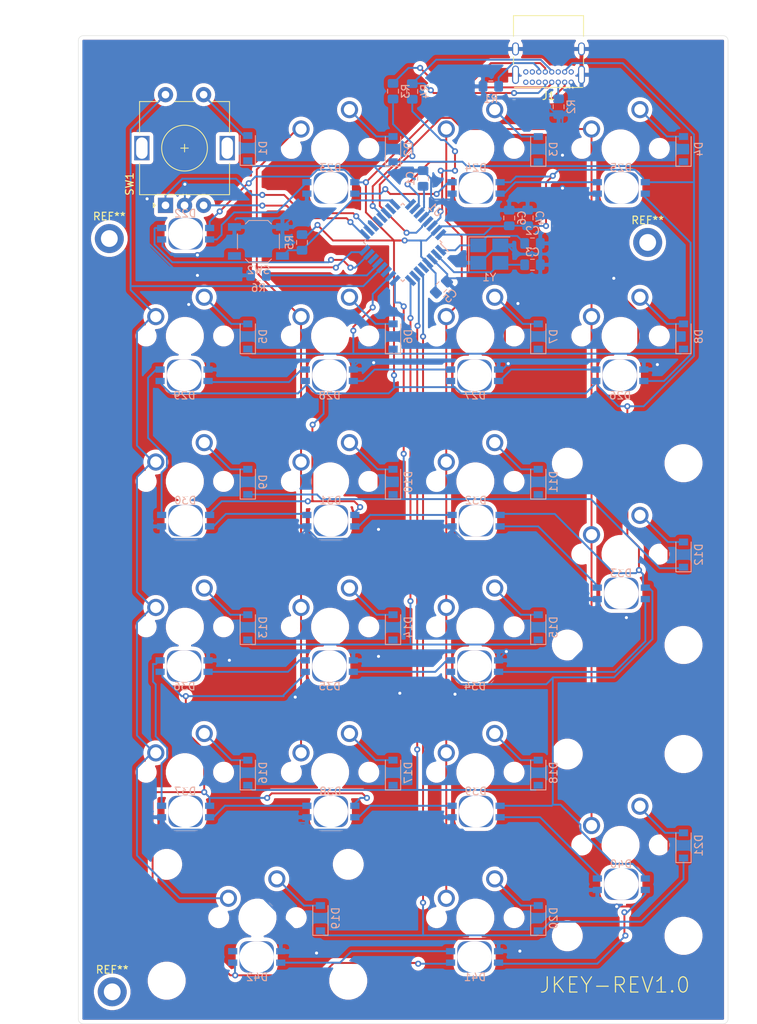
<source format=kicad_pcb>
(kicad_pcb (version 20171130) (host pcbnew "(5.1.6)-1")
  (layers (0 F.Cu signal) (31 B.Cu signal) (34 B.Paste user) (35 F.Paste user) (36 B.SilkS user) (37 F.SilkS user) (38 B.Mask user) (39 F.Mask user) (44 Edge.Cuts user))
  (net 0 "")
  (net 1 "Net-(C1-Pad2)")
  (net 2 GND)
  (net 3 XTAL1)
  (net 4 XTAL2)
  (net 5 +5V)
  (net 6 "Net-(D1-Pad2)")
  (net 7 R0)
  (net 8 "Net-(D2-Pad2)")
  (net 9 "Net-(D3-Pad2)")
  (net 10 "Net-(D4-Pad2)")
  (net 11 "Net-(D5-Pad2)")
  (net 12 R1)
  (net 13 "Net-(D6-Pad2)")
  (net 14 "Net-(D7-Pad2)")
  (net 15 "Net-(D8-Pad2)")
  (net 16 "Net-(D9-Pad2)")
  (net 17 R2)
  (net 18 "Net-(D10-Pad2)")
  (net 19 "Net-(D11-Pad2)")
  (net 20 "Net-(D12-Pad2)")
  (net 21 "Net-(D13-Pad2)")
  (net 22 R3)
  (net 23 "Net-(D14-Pad2)")
  (net 24 "Net-(D15-Pad2)")
  (net 25 "Net-(D16-Pad2)")
  (net 26 R4)
  (net 27 "Net-(D17-Pad2)")
  (net 28 "Net-(D18-Pad2)")
  (net 29 "Net-(D19-Pad2)")
  (net 30 R5)
  (net 31 "Net-(D20-Pad2)")
  (net 32 "Net-(D21-Pad2)")
  (net 33 LED)
  (net 34 "Net-(D22-Pad2)")
  (net 35 "Net-(D23-Pad2)")
  (net 36 "Net-(D24-Pad2)")
  (net 37 "Net-(D25-Pad2)")
  (net 38 "Net-(D26-Pad2)")
  (net 39 "Net-(D27-Pad2)")
  (net 40 "Net-(D28-Pad2)")
  (net 41 "Net-(D29-Pad2)")
  (net 42 "Net-(D30-Pad2)")
  (net 43 "Net-(D31-Pad2)")
  (net 44 "Net-(D32-Pad2)")
  (net 45 "Net-(D33-Pad2)")
  (net 46 "Net-(D34-Pad2)")
  (net 47 "Net-(D35-Pad2)")
  (net 48 "Net-(D36-Pad2)")
  (net 49 "Net-(D37-Pad2)")
  (net 50 "Net-(D38-Pad2)")
  (net 51 "Net-(D39-Pad2)")
  (net 52 "Net-(D40-Pad2)")
  (net 53 "Net-(D41-Pad2)")
  (net 54 "Net-(D42-Pad2)")
  (net 55 D+)
  (net 56 "Net-(J1-PadB5)")
  (net 57 "Net-(J1-PadB8)")
  (net 58 D-)
  (net 59 "Net-(J1-PadA8)")
  (net 60 "Net-(J1-PadA5)")
  (net 61 C1)
  (net 62 C2)
  (net 63 C3)
  (net 64 C0)
  (net 65 "Net-(R3-Pad1)")
  (net 66 "Net-(R4-Pad1)")
  (net 67 RESET)
  (net 68 "Net-(R6-Pad2)")
  (net 69 pinA)
  (net 70 pinB)
  (net 71 "Net-(U1-Pad11)")
  (net 72 "Net-(U1-Pad23)")
  (net 73 "Net-(U1-Pad22)")
  (net 74 "Net-(U1-Pad20)")
  (net 75 "Net-(U1-Pad19)")
  (net 76 "Net-(U1-Pad14)")
  (net 77 "Net-(U1-Pad5)")
  (module MountingHole:MountingHole_2.2mm_M2_DIN965_Pad (layer F.Cu) (at 42.672 67.818)
    (fp_text reference REF** (at 0 -2.9) (layer F.SilkS))
    (fp_text value MountingHole_2.2mm_M2_DIN965_Pad)
    (pad 1 thru_hole circle (at 0 0) (size 3.8 3.8) (drill 2.2) (layers *.Cu *.Mask))
  )
  (module MountingHole:MountingHole_2.2mm_M2_DIN965_Pad (layer F.Cu) (at 43.053 166.497)
    (fp_text reference REF** (at 0 -2.9) (layer F.SilkS))
    (fp_text value MountingHole_2.2mm_M2_DIN965_Pad)
    (pad 1 thru_hole circle (at 0 0) (size 3.8 3.8) (drill 2.2) (layers *.Cu *.Mask))
  )
  (module MountingHole:MountingHole_2.2mm_M2_DIN965_Pad (layer F.Cu) (at 113.284 68.326)
    (fp_text reference REF** (at 0 -2.9) (layer F.SilkS))
    (fp_text value MountingHole_2.2mm_M2_DIN965_Pad)
    (pad 1 thru_hole circle (at 0 0) (size 3.8 3.8) (drill 2.2) (layers *.Cu *.Mask))
  )
  (module LED_SMD:LED_SK6812MINI-E_HOLE (layer B.Cu) (at 62.103 161.925)
    (fp_text reference D42 (at -0.05 2.65) (layer B.SilkS) (effects (justify mirror)))
    (fp_text value SK6812MINI-E)
    (pad 3 smd rect (at 3.05 -0.75) (size 1.2 0.82) (layers B.Cu B.Paste B.Mask) (net 2 GND))
    (pad 4 smd rect (at 3.05 0.75) (size 1.2 0.82) (layers B.Cu B.Paste B.Mask) (net 53 "Net-(D41-Pad2)"))
    (pad 2 smd rect (at -3.25 -0.75) (size 1.2 0.82) (layers B.Cu B.Paste B.Mask) (net 54 "Net-(D42-Pad2)"))
    (pad 1 smd rect (at -3.25 0.75) (size 1.2 0.82) (layers B.Cu B.Paste B.Mask) (net 5 +5V))
    (pad "" np_thru_hole roundrect (at -0.1 0) (size 4.5 4.1) (drill oval 4.5 4.1) (layers *.Cu *.Mask))
  )
  (module LED_SMD:LED_SK6812MINI-E_HOLE (layer B.Cu) (at 90.678 161.925)
    (fp_text reference D41 (at -0.05 2.65) (layer B.SilkS) (effects (justify mirror)))
    (fp_text value SK6812MINI-E)
    (pad 3 smd rect (at 3.05 -0.75) (size 1.2 0.82) (layers B.Cu B.Paste B.Mask) (net 2 GND))
    (pad 4 smd rect (at 3.05 0.75) (size 1.2 0.82) (layers B.Cu B.Paste B.Mask) (net 52 "Net-(D40-Pad2)"))
    (pad 2 smd rect (at -3.25 -0.75) (size 1.2 0.82) (layers B.Cu B.Paste B.Mask) (net 53 "Net-(D41-Pad2)"))
    (pad 1 smd rect (at -3.25 0.75) (size 1.2 0.82) (layers B.Cu B.Paste B.Mask) (net 5 +5V))
    (pad "" np_thru_hole roundrect (at -0.1 0) (size 4.5 4.1) (drill oval 4.5 4.1) (layers *.Cu *.Mask))
  )
  (module LED_SMD:LED_SK6812MINI-E_HOLE (layer B.Cu) (at 109.728 152.4 180)
    (fp_text reference D40 (at -0.05 2.65) (layer B.SilkS) (effects (justify mirror)))
    (fp_text value SK6812MINI-E)
    (pad 3 smd rect (at 3.05 -0.75 180) (size 1.2 0.82) (layers B.Cu B.Paste B.Mask) (net 2 GND))
    (pad 4 smd rect (at 3.05 0.75 180) (size 1.2 0.82) (layers B.Cu B.Paste B.Mask) (net 51 "Net-(D39-Pad2)"))
    (pad 2 smd rect (at -3.25 -0.75 180) (size 1.2 0.82) (layers B.Cu B.Paste B.Mask) (net 52 "Net-(D40-Pad2)"))
    (pad 1 smd rect (at -3.25 0.75 180) (size 1.2 0.82) (layers B.Cu B.Paste B.Mask) (net 5 +5V))
    (pad "" np_thru_hole roundrect (at -0.1 0 180) (size 4.5 4.1) (drill oval 4.5 4.1) (layers *.Cu *.Mask))
  )
  (module LED_SMD:LED_SK6812MINI-E_HOLE (layer B.Cu) (at 90.678 142.875 180)
    (fp_text reference D39 (at -0.05 2.65) (layer B.SilkS) (effects (justify mirror)))
    (fp_text value SK6812MINI-E)
    (pad 3 smd rect (at 3.05 -0.75 180) (size 1.2 0.82) (layers B.Cu B.Paste B.Mask) (net 2 GND))
    (pad 4 smd rect (at 3.05 0.75 180) (size 1.2 0.82) (layers B.Cu B.Paste B.Mask) (net 50 "Net-(D38-Pad2)"))
    (pad 2 smd rect (at -3.25 -0.75 180) (size 1.2 0.82) (layers B.Cu B.Paste B.Mask) (net 51 "Net-(D39-Pad2)"))
    (pad 1 smd rect (at -3.25 0.75 180) (size 1.2 0.82) (layers B.Cu B.Paste B.Mask) (net 5 +5V))
    (pad "" np_thru_hole roundrect (at -0.1 0 180) (size 4.5 4.1) (drill oval 4.5 4.1) (layers *.Cu *.Mask))
  )
  (module LED_SMD:LED_SK6812MINI-E_HOLE (layer B.Cu) (at 71.628 142.875 180)
    (fp_text reference D38 (at -0.05 2.65) (layer B.SilkS) (effects (justify mirror)))
    (fp_text value SK6812MINI-E)
    (pad 3 smd rect (at 3.05 -0.75 180) (size 1.2 0.82) (layers B.Cu B.Paste B.Mask) (net 2 GND))
    (pad 4 smd rect (at 3.05 0.75 180) (size 1.2 0.82) (layers B.Cu B.Paste B.Mask) (net 49 "Net-(D37-Pad2)"))
    (pad 2 smd rect (at -3.25 -0.75 180) (size 1.2 0.82) (layers B.Cu B.Paste B.Mask) (net 50 "Net-(D38-Pad2)"))
    (pad 1 smd rect (at -3.25 0.75 180) (size 1.2 0.82) (layers B.Cu B.Paste B.Mask) (net 5 +5V))
    (pad "" np_thru_hole roundrect (at -0.1 0 180) (size 4.5 4.1) (drill oval 4.5 4.1) (layers *.Cu *.Mask))
  )
  (module LED_SMD:LED_SK6812MINI-E_HOLE (layer B.Cu) (at 52.578 142.875 180)
    (fp_text reference D37 (at -0.05 2.65) (layer B.SilkS) (effects (justify mirror)))
    (fp_text value SK6812MINI-E)
    (pad 3 smd rect (at 3.05 -0.75 180) (size 1.2 0.82) (layers B.Cu B.Paste B.Mask) (net 2 GND))
    (pad 4 smd rect (at 3.05 0.75 180) (size 1.2 0.82) (layers B.Cu B.Paste B.Mask) (net 48 "Net-(D36-Pad2)"))
    (pad 2 smd rect (at -3.25 -0.75 180) (size 1.2 0.82) (layers B.Cu B.Paste B.Mask) (net 49 "Net-(D37-Pad2)"))
    (pad 1 smd rect (at -3.25 0.75 180) (size 1.2 0.82) (layers B.Cu B.Paste B.Mask) (net 5 +5V))
    (pad "" np_thru_hole roundrect (at -0.1 0 180) (size 4.5 4.1) (drill oval 4.5 4.1) (layers *.Cu *.Mask))
  )
  (module LED_SMD:LED_SK6812MINI-E_HOLE (layer B.Cu) (at 52.578 123.825)
    (fp_text reference D36 (at -0.05 2.65) (layer B.SilkS) (effects (justify mirror)))
    (fp_text value SK6812MINI-E)
    (pad 3 smd rect (at 3.05 -0.75) (size 1.2 0.82) (layers B.Cu B.Paste B.Mask) (net 2 GND))
    (pad 4 smd rect (at 3.05 0.75) (size 1.2 0.82) (layers B.Cu B.Paste B.Mask) (net 47 "Net-(D35-Pad2)"))
    (pad 2 smd rect (at -3.25 -0.75) (size 1.2 0.82) (layers B.Cu B.Paste B.Mask) (net 48 "Net-(D36-Pad2)"))
    (pad 1 smd rect (at -3.25 0.75) (size 1.2 0.82) (layers B.Cu B.Paste B.Mask) (net 5 +5V))
    (pad "" np_thru_hole roundrect (at -0.1 0) (size 4.5 4.1) (drill oval 4.5 4.1) (layers *.Cu *.Mask))
  )
  (module LED_SMD:LED_SK6812MINI-E_HOLE (layer B.Cu) (at 71.628 123.825)
    (fp_text reference D35 (at -0.05 2.65) (layer B.SilkS) (effects (justify mirror)))
    (fp_text value SK6812MINI-E)
    (pad 3 smd rect (at 3.05 -0.75) (size 1.2 0.82) (layers B.Cu B.Paste B.Mask) (net 2 GND))
    (pad 4 smd rect (at 3.05 0.75) (size 1.2 0.82) (layers B.Cu B.Paste B.Mask) (net 46 "Net-(D34-Pad2)"))
    (pad 2 smd rect (at -3.25 -0.75) (size 1.2 0.82) (layers B.Cu B.Paste B.Mask) (net 47 "Net-(D35-Pad2)"))
    (pad 1 smd rect (at -3.25 0.75) (size 1.2 0.82) (layers B.Cu B.Paste B.Mask) (net 5 +5V))
    (pad "" np_thru_hole roundrect (at -0.1 0) (size 4.5 4.1) (drill oval 4.5 4.1) (layers *.Cu *.Mask))
  )
  (module LED_SMD:LED_SK6812MINI-E_HOLE (layer B.Cu) (at 90.678 123.825)
    (fp_text reference D34 (at -0.05 2.65) (layer B.SilkS) (effects (justify mirror)))
    (fp_text value SK6812MINI-E)
    (pad 3 smd rect (at 3.05 -0.75) (size 1.2 0.82) (layers B.Cu B.Paste B.Mask) (net 2 GND))
    (pad 4 smd rect (at 3.05 0.75) (size 1.2 0.82) (layers B.Cu B.Paste B.Mask) (net 45 "Net-(D33-Pad2)"))
    (pad 2 smd rect (at -3.25 -0.75) (size 1.2 0.82) (layers B.Cu B.Paste B.Mask) (net 46 "Net-(D34-Pad2)"))
    (pad 1 smd rect (at -3.25 0.75) (size 1.2 0.82) (layers B.Cu B.Paste B.Mask) (net 5 +5V))
    (pad "" np_thru_hole roundrect (at -0.1 0) (size 4.5 4.1) (drill oval 4.5 4.1) (layers *.Cu *.Mask))
  )
  (module LED_SMD:LED_SK6812MINI-E_HOLE (layer B.Cu) (at 109.728 114.3 180)
    (fp_text reference D33 (at -0.05 2.65) (layer B.SilkS) (effects (justify mirror)))
    (fp_text value SK6812MINI-E)
    (pad 3 smd rect (at 3.05 -0.75 180) (size 1.2 0.82) (layers B.Cu B.Paste B.Mask) (net 2 GND))
    (pad 4 smd rect (at 3.05 0.75 180) (size 1.2 0.82) (layers B.Cu B.Paste B.Mask) (net 44 "Net-(D32-Pad2)"))
    (pad 2 smd rect (at -3.25 -0.75 180) (size 1.2 0.82) (layers B.Cu B.Paste B.Mask) (net 45 "Net-(D33-Pad2)"))
    (pad 1 smd rect (at -3.25 0.75 180) (size 1.2 0.82) (layers B.Cu B.Paste B.Mask) (net 5 +5V))
    (pad "" np_thru_hole roundrect (at -0.1 0 180) (size 4.5 4.1) (drill oval 4.5 4.1) (layers *.Cu *.Mask))
  )
  (module LED_SMD:LED_SK6812MINI-E_HOLE (layer B.Cu) (at 90.678 104.775 180)
    (fp_text reference D32 (at -0.05 2.65) (layer B.SilkS) (effects (justify mirror)))
    (fp_text value SK6812MINI-E)
    (pad 3 smd rect (at 3.05 -0.75 180) (size 1.2 0.82) (layers B.Cu B.Paste B.Mask) (net 2 GND))
    (pad 4 smd rect (at 3.05 0.75 180) (size 1.2 0.82) (layers B.Cu B.Paste B.Mask) (net 43 "Net-(D31-Pad2)"))
    (pad 2 smd rect (at -3.25 -0.75 180) (size 1.2 0.82) (layers B.Cu B.Paste B.Mask) (net 44 "Net-(D32-Pad2)"))
    (pad 1 smd rect (at -3.25 0.75 180) (size 1.2 0.82) (layers B.Cu B.Paste B.Mask) (net 5 +5V))
    (pad "" np_thru_hole roundrect (at -0.1 0 180) (size 4.5 4.1) (drill oval 4.5 4.1) (layers *.Cu *.Mask))
  )
  (module LED_SMD:LED_SK6812MINI-E_HOLE (layer B.Cu) (at 71.628 104.775 180)
    (fp_text reference D31 (at -0.05 2.65) (layer B.SilkS) (effects (justify mirror)))
    (fp_text value SK6812MINI-E)
    (pad 3 smd rect (at 3.05 -0.75 180) (size 1.2 0.82) (layers B.Cu B.Paste B.Mask) (net 2 GND))
    (pad 4 smd rect (at 3.05 0.75 180) (size 1.2 0.82) (layers B.Cu B.Paste B.Mask) (net 42 "Net-(D30-Pad2)"))
    (pad 2 smd rect (at -3.25 -0.75 180) (size 1.2 0.82) (layers B.Cu B.Paste B.Mask) (net 43 "Net-(D31-Pad2)"))
    (pad 1 smd rect (at -3.25 0.75 180) (size 1.2 0.82) (layers B.Cu B.Paste B.Mask) (net 5 +5V))
    (pad "" np_thru_hole roundrect (at -0.1 0 180) (size 4.5 4.1) (drill oval 4.5 4.1) (layers *.Cu *.Mask))
  )
  (module LED_SMD:LED_SK6812MINI-E_HOLE (layer B.Cu) (at 52.578 104.775 180)
    (fp_text reference D30 (at -0.05 2.65) (layer B.SilkS) (effects (justify mirror)))
    (fp_text value SK6812MINI-E)
    (pad 3 smd rect (at 3.05 -0.75 180) (size 1.2 0.82) (layers B.Cu B.Paste B.Mask) (net 2 GND))
    (pad 4 smd rect (at 3.05 0.75 180) (size 1.2 0.82) (layers B.Cu B.Paste B.Mask) (net 41 "Net-(D29-Pad2)"))
    (pad 2 smd rect (at -3.25 -0.75 180) (size 1.2 0.82) (layers B.Cu B.Paste B.Mask) (net 42 "Net-(D30-Pad2)"))
    (pad 1 smd rect (at -3.25 0.75 180) (size 1.2 0.82) (layers B.Cu B.Paste B.Mask) (net 5 +5V))
    (pad "" np_thru_hole roundrect (at -0.1 0 180) (size 4.5 4.1) (drill oval 4.5 4.1) (layers *.Cu *.Mask))
  )
  (module LED_SMD:LED_SK6812MINI-E_HOLE (layer B.Cu) (at 52.578 85.725)
    (fp_text reference D29 (at -0.05 2.65) (layer B.SilkS) (effects (justify mirror)))
    (fp_text value SK6812MINI-E)
    (pad 3 smd rect (at 3.05 -0.75) (size 1.2 0.82) (layers B.Cu B.Paste B.Mask) (net 2 GND))
    (pad 4 smd rect (at 3.05 0.75) (size 1.2 0.82) (layers B.Cu B.Paste B.Mask) (net 40 "Net-(D28-Pad2)"))
    (pad 2 smd rect (at -3.25 -0.75) (size 1.2 0.82) (layers B.Cu B.Paste B.Mask) (net 41 "Net-(D29-Pad2)"))
    (pad 1 smd rect (at -3.25 0.75) (size 1.2 0.82) (layers B.Cu B.Paste B.Mask) (net 5 +5V))
    (pad "" np_thru_hole roundrect (at -0.1 0) (size 4.5 4.1) (drill oval 4.5 4.1) (layers *.Cu *.Mask))
  )
  (module LED_SMD:LED_SK6812MINI-E_HOLE (layer B.Cu) (at 71.628 85.725)
    (fp_text reference D28 (at -0.05 2.65) (layer B.SilkS) (effects (justify mirror)))
    (fp_text value SK6812MINI-E)
    (pad 3 smd rect (at 3.05 -0.75) (size 1.2 0.82) (layers B.Cu B.Paste B.Mask) (net 2 GND))
    (pad 4 smd rect (at 3.05 0.75) (size 1.2 0.82) (layers B.Cu B.Paste B.Mask) (net 39 "Net-(D27-Pad2)"))
    (pad 2 smd rect (at -3.25 -0.75) (size 1.2 0.82) (layers B.Cu B.Paste B.Mask) (net 40 "Net-(D28-Pad2)"))
    (pad 1 smd rect (at -3.25 0.75) (size 1.2 0.82) (layers B.Cu B.Paste B.Mask) (net 5 +5V))
    (pad "" np_thru_hole roundrect (at -0.1 0) (size 4.5 4.1) (drill oval 4.5 4.1) (layers *.Cu *.Mask))
  )
  (module LED_SMD:LED_SK6812MINI-E_HOLE (layer B.Cu) (at 90.678 85.725)
    (fp_text reference D27 (at -0.05 2.65) (layer B.SilkS) (effects (justify mirror)))
    (fp_text value SK6812MINI-E)
    (pad 3 smd rect (at 3.05 -0.75) (size 1.2 0.82) (layers B.Cu B.Paste B.Mask) (net 2 GND))
    (pad 4 smd rect (at 3.05 0.75) (size 1.2 0.82) (layers B.Cu B.Paste B.Mask) (net 38 "Net-(D26-Pad2)"))
    (pad 2 smd rect (at -3.25 -0.75) (size 1.2 0.82) (layers B.Cu B.Paste B.Mask) (net 39 "Net-(D27-Pad2)"))
    (pad 1 smd rect (at -3.25 0.75) (size 1.2 0.82) (layers B.Cu B.Paste B.Mask) (net 5 +5V))
    (pad "" np_thru_hole roundrect (at -0.1 0) (size 4.5 4.1) (drill oval 4.5 4.1) (layers *.Cu *.Mask))
  )
  (module LED_SMD:LED_SK6812MINI-E_HOLE (layer B.Cu) (at 109.728 85.725)
    (fp_text reference D26 (at -0.05 2.65) (layer B.SilkS) (effects (justify mirror)))
    (fp_text value SK6812MINI-E)
    (pad 3 smd rect (at 3.05 -0.75) (size 1.2 0.82) (layers B.Cu B.Paste B.Mask) (net 2 GND))
    (pad 4 smd rect (at 3.05 0.75) (size 1.2 0.82) (layers B.Cu B.Paste B.Mask) (net 37 "Net-(D25-Pad2)"))
    (pad 2 smd rect (at -3.25 -0.75) (size 1.2 0.82) (layers B.Cu B.Paste B.Mask) (net 38 "Net-(D26-Pad2)"))
    (pad 1 smd rect (at -3.25 0.75) (size 1.2 0.82) (layers B.Cu B.Paste B.Mask) (net 5 +5V))
    (pad "" np_thru_hole roundrect (at -0.1 0) (size 4.5 4.1) (drill oval 4.5 4.1) (layers *.Cu *.Mask))
  )
  (module LED_SMD:LED_SK6812MINI-E_HOLE (layer B.Cu) (at 109.728 61.18225 180)
    (fp_text reference D25 (at -0.05 2.65) (layer B.SilkS) (effects (justify mirror)))
    (fp_text value SK6812MINI-E)
    (pad 3 smd rect (at 3.05 -0.75 180) (size 1.2 0.82) (layers B.Cu B.Paste B.Mask) (net 2 GND))
    (pad 4 smd rect (at 3.05 0.75 180) (size 1.2 0.82) (layers B.Cu B.Paste B.Mask) (net 36 "Net-(D24-Pad2)"))
    (pad 2 smd rect (at -3.25 -0.75 180) (size 1.2 0.82) (layers B.Cu B.Paste B.Mask) (net 37 "Net-(D25-Pad2)"))
    (pad 1 smd rect (at -3.25 0.75 180) (size 1.2 0.82) (layers B.Cu B.Paste B.Mask) (net 5 +5V))
    (pad "" np_thru_hole roundrect (at -0.1 0 180) (size 4.5 4.1) (drill oval 4.5 4.1) (layers *.Cu *.Mask))
  )
  (module LED_SMD:LED_SK6812MINI-E_HOLE (layer B.Cu) (at 90.678 61.18225 180)
    (fp_text reference D24 (at -0.05 2.65) (layer B.SilkS) (effects (justify mirror)))
    (fp_text value SK6812MINI-E)
    (pad 3 smd rect (at 3.05 -0.75 180) (size 1.2 0.82) (layers B.Cu B.Paste B.Mask) (net 2 GND))
    (pad 4 smd rect (at 3.05 0.75 180) (size 1.2 0.82) (layers B.Cu B.Paste B.Mask) (net 35 "Net-(D23-Pad2)"))
    (pad 2 smd rect (at -3.25 -0.75 180) (size 1.2 0.82) (layers B.Cu B.Paste B.Mask) (net 36 "Net-(D24-Pad2)"))
    (pad 1 smd rect (at -3.25 0.75 180) (size 1.2 0.82) (layers B.Cu B.Paste B.Mask) (net 5 +5V))
    (pad "" np_thru_hole roundrect (at -0.1 0 180) (size 4.5 4.1) (drill oval 4.5 4.1) (layers *.Cu *.Mask))
  )
  (module LED_SMD:LED_SK6812MINI-E_HOLE (layer B.Cu) (at 71.628 61.18225 180)
    (fp_text reference D23 (at -0.05 2.65) (layer B.SilkS) (effects (justify mirror)))
    (fp_text value SK6812MINI-E)
    (pad 3 smd rect (at 3.05 -0.75 180) (size 1.2 0.82) (layers B.Cu B.Paste B.Mask) (net 2 GND))
    (pad 4 smd rect (at 3.05 0.75 180) (size 1.2 0.82) (layers B.Cu B.Paste B.Mask) (net 34 "Net-(D22-Pad2)"))
    (pad 2 smd rect (at -3.25 -0.75 180) (size 1.2 0.82) (layers B.Cu B.Paste B.Mask) (net 35 "Net-(D23-Pad2)"))
    (pad 1 smd rect (at -3.25 0.75 180) (size 1.2 0.82) (layers B.Cu B.Paste B.Mask) (net 5 +5V))
    (pad "" np_thru_hole roundrect (at -0.1 0 180) (size 4.5 4.1) (drill oval 4.5 4.1) (layers *.Cu *.Mask))
  )
  (module LED_SMD:LED_SK6812MINI-E_HOLE (layer B.Cu) (at 52.578 67.183 180)
    (fp_text reference D22 (at -0.05 2.65) (layer B.SilkS) (effects (justify mirror)))
    (fp_text value SK6812MINI-E)
    (pad 3 smd rect (at 3.05 -0.75 180) (size 1.2 0.82) (layers B.Cu B.Paste B.Mask) (net 2 GND))
    (pad 4 smd rect (at 3.05 0.75 180) (size 1.2 0.82) (layers B.Cu B.Paste B.Mask) (net 33 LED))
    (pad 2 smd rect (at -3.25 -0.75 180) (size 1.2 0.82) (layers B.Cu B.Paste B.Mask) (net 34 "Net-(D22-Pad2)"))
    (pad 1 smd rect (at -3.25 0.75 180) (size 1.2 0.82) (layers B.Cu B.Paste B.Mask) (net 5 +5V))
    (pad "" np_thru_hole roundrect (at -0.1 0 180) (size 4.5 4.1) (drill oval 4.5 4.1) (layers *.Cu *.Mask))
  )
  (module MX_Only:MXOnly-1U-NoLED (layer F.Cu) (at 71.628 80.5815)
    (fp_text reference MX5)
    (fp_text value MX-NoLED)
    (pad 2 thru_hole circle (at 2.54 -5.08) (size 2.25 2.25) (drill 1.47) (layers *.Cu B.Mask) (net 13 "Net-(D6-Pad2)"))
    (pad "" np_thru_hole circle (at 0 0) (size 3.9878 3.9878) (drill 3.9878) (layers *.Cu *.Mask))
    (pad 1 thru_hole circle (at -3.81 -2.54) (size 2.25 2.25) (drill 1.47) (layers *.Cu B.Mask) (net 61 C1))
    (pad "" np_thru_hole circle (at -5.08 0 48.0996) (size 1.75 1.75) (drill 1.75) (layers *.Cu *.Mask))
    (pad "" np_thru_hole circle (at 5.08 0 48.0996) (size 1.75 1.75) (drill 1.75) (layers *.Cu *.Mask))
  )
  (module Crystal:Crystal_SMD_3225-4Pin_3.2x2.5mm_HandSoldering (layer B.Cu) (at 92.509 69.85)
    (fp_text reference Y1 (at 0 3.05) (layer B.SilkS) (effects (justify mirror)))
    (fp_text value 16MHz)
    (pad 4 smd rect (at -1.45 1.15) (size 2.1 1.8) (layers B.Cu B.Paste B.Mask) (net 2 GND))
    (pad 3 smd rect (at 1.45 1.15) (size 2.1 1.8) (layers B.Cu B.Paste B.Mask) (net 4 XTAL2))
    (pad 2 smd rect (at 1.45 -1.15) (size 2.1 1.8) (layers B.Cu B.Paste B.Mask) (net 2 GND))
    (pad 1 smd rect (at -1.45 -1.15) (size 2.1 1.8) (layers B.Cu B.Paste B.Mask) (net 3 XTAL1))
  )
  (module Capacitor_SMD:C_0805_2012Metric_Pad1.15x1.40mm_HandSolder (layer B.Cu) (at 98.171 68.453 180)
    (fp_text reference C2 (at 0 1.65 180) (layer B.SilkS) (effects (justify mirror)))
    (fp_text value 22pF)
    (pad 2 smd roundrect (at 1.025 0 180) (size 1.15 1.4) (layers B.Cu B.Paste B.Mask) (roundrect_rratio 0.217391) (net 3 XTAL1))
    (pad 1 smd roundrect (at -1.025 0 180) (size 1.15 1.4) (layers B.Cu B.Paste B.Mask) (roundrect_rratio 0.217391) (net 2 GND))
  )
  (module Capacitor_SMD:C_0805_2012Metric_Pad1.15x1.40mm_HandSolder (layer B.Cu) (at 98.171 71.247 180)
    (fp_text reference C3 (at 0 1.65 180) (layer B.SilkS) (effects (justify mirror)))
    (fp_text value 22pF)
    (pad 2 smd roundrect (at 1.025 0 180) (size 1.15 1.4) (layers B.Cu B.Paste B.Mask) (roundrect_rratio 0.217391) (net 4 XTAL2))
    (pad 1 smd roundrect (at -1.025 0 180) (size 1.15 1.4) (layers B.Cu B.Paste B.Mask) (roundrect_rratio 0.217391) (net 2 GND))
  )
  (module MX_Only:MXOnly-2U-NoLED-Vertical (layer F.Cu) (at 109.728 109.1565)
    (fp_text reference MX11)
    (fp_text value MX-NoLED)
    (pad "" np_thru_hole circle (at 8.255 -11.90625 90) (size 3.9878 3.9878) (drill 3.9878) (layers *.Cu *.Mask))
    (pad "" np_thru_hole circle (at 8.255 11.90625) (size 3.9878 3.9878) (drill 3.9878) (layers *.Cu *.Mask))
    (pad "" np_thru_hole circle (at -6.985 -11.90625 90) (size 3.048 3.048) (drill 3.048) (layers *.Cu *.Mask))
    (pad "" np_thru_hole circle (at -6.985 11.90625 90) (size 3.048 3.048) (drill 3.048) (layers *.Cu *.Mask))
    (pad "" np_thru_hole circle (at 5.08 0 48.0996) (size 1.75 1.75) (drill 1.75) (layers *.Cu *.Mask))
    (pad "" np_thru_hole circle (at -5.08 0 48.0996) (size 1.75 1.75) (drill 1.75) (layers *.Cu *.Mask))
    (pad 1 thru_hole circle (at -3.81 -2.54) (size 2.25 2.25) (drill 1.47) (layers *.Cu B.Mask) (net 63 C3))
    (pad "" np_thru_hole circle (at 0 0) (size 3.9878 3.9878) (drill 3.9878) (layers *.Cu *.Mask))
    (pad 2 thru_hole circle (at 2.54 -5.08) (size 2.25 2.25) (drill 1.47) (layers *.Cu B.Mask) (net 20 "Net-(D12-Pad2)"))
  )
  (module MX_Only:MXOnly-2U-NoLED-Vertical (layer F.Cu) (at 109.728 147.2565)
    (fp_text reference MX20)
    (fp_text value MX-NoLED)
    (pad "" np_thru_hole circle (at 8.255 -11.90625 90) (size 3.9878 3.9878) (drill 3.9878) (layers *.Cu *.Mask))
    (pad "" np_thru_hole circle (at 8.255 11.90625) (size 3.9878 3.9878) (drill 3.9878) (layers *.Cu *.Mask))
    (pad "" np_thru_hole circle (at -6.985 -11.90625 90) (size 3.048 3.048) (drill 3.048) (layers *.Cu *.Mask))
    (pad "" np_thru_hole circle (at -6.985 11.90625 90) (size 3.048 3.048) (drill 3.048) (layers *.Cu *.Mask))
    (pad "" np_thru_hole circle (at 5.08 0 48.0996) (size 1.75 1.75) (drill 1.75) (layers *.Cu *.Mask))
    (pad "" np_thru_hole circle (at -5.08 0 48.0996) (size 1.75 1.75) (drill 1.75) (layers *.Cu *.Mask))
    (pad 1 thru_hole circle (at -3.81 -2.54) (size 2.25 2.25) (drill 1.47) (layers *.Cu B.Mask) (net 63 C3))
    (pad "" np_thru_hole circle (at 0 0) (size 3.9878 3.9878) (drill 3.9878) (layers *.Cu *.Mask))
    (pad 2 thru_hole circle (at 2.54 -5.08) (size 2.25 2.25) (drill 1.47) (layers *.Cu B.Mask) (net 32 "Net-(D21-Pad2)"))
  )
  (module Package_QFP:TQFP-32_7x7mm_P0.8mm (layer B.Cu) (at 81.153 68.326 135)
    (fp_text reference U1 (at 0 6.05 315) (layer B.SilkS) (effects (justify mirror)))
    (fp_text value ATmega32U2-AU)
    (pad 32 smd rect (at -2.8 4.25 45) (size 1.6 0.55) (layers B.Cu B.Paste B.Mask) (net 5 +5V))
    (pad 31 smd rect (at -2 4.25 45) (size 1.6 0.55) (layers B.Cu B.Paste B.Mask) (net 5 +5V))
    (pad 30 smd rect (at -1.2 4.25 45) (size 1.6 0.55) (layers B.Cu B.Paste B.Mask) (net 66 "Net-(R4-Pad1)"))
    (pad 29 smd rect (at -0.4 4.25 45) (size 1.6 0.55) (layers B.Cu B.Paste B.Mask) (net 65 "Net-(R3-Pad1)"))
    (pad 28 smd rect (at 0.4 4.25 45) (size 1.6 0.55) (layers B.Cu B.Paste B.Mask) (net 2 GND))
    (pad 27 smd rect (at 1.2 4.25 45) (size 1.6 0.55) (layers B.Cu B.Paste B.Mask) (net 1 "Net-(C1-Pad2)"))
    (pad 26 smd rect (at 2 4.25 45) (size 1.6 0.55) (layers B.Cu B.Paste B.Mask) (net 62 C2))
    (pad 25 smd rect (at 2.8 4.25 45) (size 1.6 0.55) (layers B.Cu B.Paste B.Mask) (net 7 R0))
    (pad 24 smd rect (at 4.25 2.8 135) (size 1.6 0.55) (layers B.Cu B.Paste B.Mask) (net 67 RESET))
    (pad 23 smd rect (at 4.25 2 135) (size 1.6 0.55) (layers B.Cu B.Paste B.Mask) (net 72 "Net-(U1-Pad23)"))
    (pad 22 smd rect (at 4.25 1.2 135) (size 1.6 0.55) (layers B.Cu B.Paste B.Mask) (net 73 "Net-(U1-Pad22)"))
    (pad 21 smd rect (at 4.25 0.4 135) (size 1.6 0.55) (layers B.Cu B.Paste B.Mask) (net 63 C3))
    (pad 20 smd rect (at 4.25 -0.4 135) (size 1.6 0.55) (layers B.Cu B.Paste B.Mask) (net 74 "Net-(U1-Pad20)"))
    (pad 19 smd rect (at 4.25 -1.2 135) (size 1.6 0.55) (layers B.Cu B.Paste B.Mask) (net 75 "Net-(U1-Pad19)"))
    (pad 18 smd rect (at 4.25 -2 135) (size 1.6 0.55) (layers B.Cu B.Paste B.Mask) (net 69 pinA))
    (pad 17 smd rect (at 4.25 -2.8 135) (size 1.6 0.55) (layers B.Cu B.Paste B.Mask) (net 70 pinB))
    (pad 16 smd rect (at 2.8 -4.25 45) (size 1.6 0.55) (layers B.Cu B.Paste B.Mask) (net 61 C1))
    (pad 15 smd rect (at 2 -4.25 45) (size 1.6 0.55) (layers B.Cu B.Paste B.Mask) (net 33 LED))
    (pad 14 smd rect (at 1.2 -4.25 45) (size 1.6 0.55) (layers B.Cu B.Paste B.Mask) (net 76 "Net-(U1-Pad14)"))
    (pad 13 smd rect (at 0.4 -4.25 45) (size 1.6 0.55) (layers B.Cu B.Paste B.Mask) (net 68 "Net-(R6-Pad2)"))
    (pad 12 smd rect (at -0.4 -4.25 45) (size 1.6 0.55) (layers B.Cu B.Paste B.Mask) (net 64 C0))
    (pad 11 smd rect (at -1.2 -4.25 45) (size 1.6 0.55) (layers B.Cu B.Paste B.Mask) (net 71 "Net-(U1-Pad11)"))
    (pad 10 smd rect (at -2 -4.25 45) (size 1.6 0.55) (layers B.Cu B.Paste B.Mask) (net 12 R1))
    (pad 9 smd rect (at -2.8 -4.25 45) (size 1.6 0.55) (layers B.Cu B.Paste B.Mask) (net 17 R2))
    (pad 8 smd rect (at -4.25 -2.8 135) (size 1.6 0.55) (layers B.Cu B.Paste B.Mask) (net 22 R3))
    (pad 7 smd rect (at -4.25 -2 135) (size 1.6 0.55) (layers B.Cu B.Paste B.Mask) (net 26 R4))
    (pad 6 smd rect (at -4.25 -1.2 135) (size 1.6 0.55) (layers B.Cu B.Paste B.Mask) (net 30 R5))
    (pad 5 smd rect (at -4.25 -0.4 135) (size 1.6 0.55) (layers B.Cu B.Paste B.Mask) (net 77 "Net-(U1-Pad5)"))
    (pad 4 smd rect (at -4.25 0.4 135) (size 1.6 0.55) (layers B.Cu B.Paste B.Mask) (net 5 +5V))
    (pad 3 smd rect (at -4.25 1.2 135) (size 1.6 0.55) (layers B.Cu B.Paste B.Mask) (net 2 GND))
    (pad 2 smd rect (at -4.25 2 135) (size 1.6 0.55) (layers B.Cu B.Paste B.Mask) (net 4 XTAL2))
    (pad 1 smd rect (at -4.25 2.8 135) (size 1.6 0.55) (layers B.Cu B.Paste B.Mask) (net 3 XTAL1))
  )
  (module Button_Switch_SMD:SW_SPST_TL3342 (layer B.Cu) (at 62.23 68.199)
    (fp_text reference SW2 (at 0 3.75) (layer B.SilkS) (effects (justify mirror)))
    (fp_text value SW_Push)
    (pad 2 smd rect (at 3.15 -1.9) (size 1.7 1) (layers B.Cu B.Paste B.Mask) (net 2 GND))
    (pad 2 smd rect (at -3.15 -1.9) (size 1.7 1) (layers B.Cu B.Paste B.Mask) (net 2 GND))
    (pad 1 smd rect (at 3.15 1.9) (size 1.7 1) (layers B.Cu B.Paste B.Mask) (net 67 RESET))
    (pad 1 smd rect (at -3.15 1.9) (size 1.7 1) (layers B.Cu B.Paste B.Mask) (net 67 RESET))
  )
  (module Rotary_Encoder:RotaryEncoder_Alps_EC11E-Switch_Vertical_H20mm (layer F.Cu) (at 50.038 63.46825 90)
    (fp_text reference SW1 (at 2.8 -4.7 90) (layer F.SilkS))
    (fp_text value Rotary_Encoder_Switch)
    (pad A thru_hole rect (at 0 0 90) (size 2 2) (drill 1) (layers *.Cu *.Mask) (net 69 pinA))
    (pad C thru_hole circle (at 0 2.5 90) (size 2 2) (drill 1) (layers *.Cu *.Mask) (net 2 GND))
    (pad B thru_hole circle (at 0 5 90) (size 2 2) (drill 1) (layers *.Cu *.Mask) (net 70 pinB))
    (pad MP thru_hole rect (at 7.5 -3.1 90) (size 3.2 2) (drill oval 2.8 1.5) (layers *.Cu *.Mask))
    (pad MP thru_hole rect (at 7.5 8.1 90) (size 3.2 2) (drill oval 2.8 1.5) (layers *.Cu *.Mask))
    (pad S2 thru_hole circle (at 14.5 0 90) (size 2 2) (drill 1) (layers *.Cu *.Mask) (net 64 C0))
    (pad S1 thru_hole circle (at 14.5 5 90) (size 2 2) (drill 1) (layers *.Cu *.Mask) (net 6 "Net-(D1-Pad2)"))
  )
  (module Resistor_SMD:R_0805_2012Metric_Pad1.15x1.40mm_HandSolder (layer B.Cu) (at 62.23 72.644)
    (fp_text reference R6 (at 0 1.65) (layer B.SilkS) (effects (justify mirror)))
    (fp_text value 10k)
    (pad 2 smd roundrect (at 1.025 0) (size 1.15 1.4) (layers B.Cu B.Paste B.Mask) (roundrect_rratio 0.217391) (net 68 "Net-(R6-Pad2)"))
    (pad 1 smd roundrect (at -1.025 0) (size 1.15 1.4) (layers B.Cu B.Paste B.Mask) (roundrect_rratio 0.217391) (net 2 GND))
  )
  (module Resistor_SMD:R_0805_2012Metric_Pad1.15x1.40mm_HandSolder (layer B.Cu) (at 67.945 68.326 270)
    (fp_text reference R5 (at 0 1.65 270) (layer B.SilkS) (effects (justify mirror)))
    (fp_text value 10k)
    (pad 2 smd roundrect (at 1.025 0 270) (size 1.15 1.4) (layers B.Cu B.Paste B.Mask) (roundrect_rratio 0.217391) (net 67 RESET))
    (pad 1 smd roundrect (at -1.025 0 270) (size 1.15 1.4) (layers B.Cu B.Paste B.Mask) (roundrect_rratio 0.217391) (net 5 +5V))
  )
  (module Resistor_SMD:R_0805_2012Metric_Pad1.15x1.40mm_HandSolder (layer B.Cu) (at 82.404 48.545 90)
    (fp_text reference R4 (at 0 1.65 270) (layer B.SilkS) (effects (justify mirror)))
    (fp_text value 22)
    (pad 2 smd roundrect (at 1.025 0 90) (size 1.15 1.4) (layers B.Cu B.Paste B.Mask) (roundrect_rratio 0.217391) (net 58 D-))
    (pad 1 smd roundrect (at -1.025 0 90) (size 1.15 1.4) (layers B.Cu B.Paste B.Mask) (roundrect_rratio 0.217391) (net 66 "Net-(R4-Pad1)"))
  )
  (module Resistor_SMD:R_0805_2012Metric_Pad1.15x1.40mm_HandSolder (layer B.Cu) (at 79.883 48.514 90)
    (fp_text reference R3 (at 0 1.65 270) (layer B.SilkS) (effects (justify mirror)))
    (fp_text value 22)
    (pad 2 smd roundrect (at 1.025 0 90) (size 1.15 1.4) (layers B.Cu B.Paste B.Mask) (roundrect_rratio 0.217391) (net 55 D+))
    (pad 1 smd roundrect (at -1.025 0 90) (size 1.15 1.4) (layers B.Cu B.Paste B.Mask) (roundrect_rratio 0.217391) (net 65 "Net-(R3-Pad1)"))
  )
  (module Resistor_SMD:R_0805_2012Metric_Pad1.15x1.40mm_HandSolder (layer B.Cu) (at 101.6 50.546 90)
    (fp_text reference R2 (at 0 1.65 270) (layer B.SilkS) (effects (justify mirror)))
    (fp_text value 5,1k)
    (pad 2 smd roundrect (at 1.025 0 90) (size 1.15 1.4) (layers B.Cu B.Paste B.Mask) (roundrect_rratio 0.217391) (net 60 "Net-(J1-PadA5)"))
    (pad 1 smd roundrect (at -1.025 0 90) (size 1.15 1.4) (layers B.Cu B.Paste B.Mask) (roundrect_rratio 0.217391) (net 2 GND))
  )
  (module Resistor_SMD:R_0805_2012Metric_Pad1.15x1.40mm_HandSolder (layer B.Cu) (at 92.71 47.879)
    (fp_text reference R1 (at 0 1.65 180) (layer B.SilkS) (effects (justify mirror)))
    (fp_text value 5,1k)
    (pad 2 smd roundrect (at 1.025 0) (size 1.15 1.4) (layers B.Cu B.Paste B.Mask) (roundrect_rratio 0.217391) (net 56 "Net-(J1-PadB5)"))
    (pad 1 smd roundrect (at -1.025 0) (size 1.15 1.4) (layers B.Cu B.Paste B.Mask) (roundrect_rratio 0.217391) (net 2 GND))
  )
  (module MX_Only:MXOnly-1U-NoLED (layer F.Cu) (at 90.678 156.7815)
    (fp_text reference MX19)
    (fp_text value MX-NoLED)
    (pad 2 thru_hole circle (at 2.54 -5.08) (size 2.25 2.25) (drill 1.47) (layers *.Cu B.Mask) (net 31 "Net-(D20-Pad2)"))
    (pad "" np_thru_hole circle (at 0 0) (size 3.9878 3.9878) (drill 3.9878) (layers *.Cu *.Mask))
    (pad 1 thru_hole circle (at -3.81 -2.54) (size 2.25 2.25) (drill 1.47) (layers *.Cu B.Mask) (net 62 C2))
    (pad "" np_thru_hole circle (at -5.08 0 48.0996) (size 1.75 1.75) (drill 1.75) (layers *.Cu *.Mask))
    (pad "" np_thru_hole circle (at 5.08 0 48.0996) (size 1.75 1.75) (drill 1.75) (layers *.Cu *.Mask))
  )
  (module MX_Only:MXOnly-2U-NoLED (layer F.Cu) (at 62.103 156.7815)
    (fp_text reference MX18)
    (fp_text value MX-NoLED)
    (pad 2 thru_hole circle (at 2.54 -5.08) (size 2.25 2.25) (drill 1.47) (layers *.Cu B.Mask) (net 29 "Net-(D19-Pad2)"))
    (pad "" np_thru_hole circle (at 0 0) (size 3.9878 3.9878) (drill 3.9878) (layers *.Cu *.Mask))
    (pad 1 thru_hole circle (at -3.81 -2.54) (size 2.25 2.25) (drill 1.47) (layers *.Cu B.Mask) (net 64 C0))
    (pad "" np_thru_hole circle (at -5.08 0 48.0996) (size 1.75 1.75) (drill 1.75) (layers *.Cu *.Mask))
    (pad "" np_thru_hole circle (at 5.08 0 48.0996) (size 1.75 1.75) (drill 1.75) (layers *.Cu *.Mask))
    (pad "" np_thru_hole circle (at -11.90625 -6.985) (size 3.048 3.048) (drill 3.048) (layers *.Cu *.Mask))
    (pad "" np_thru_hole circle (at 11.90625 -6.985) (size 3.048 3.048) (drill 3.048) (layers *.Cu *.Mask))
    (pad "" np_thru_hole circle (at -11.90625 8.255) (size 3.9878 3.9878) (drill 3.9878) (layers *.Cu *.Mask))
    (pad "" np_thru_hole circle (at 11.90625 8.255) (size 3.9878 3.9878) (drill 3.9878) (layers *.Cu *.Mask))
  )
  (module MX_Only:MXOnly-1U-NoLED (layer F.Cu) (at 90.678 137.7315)
    (fp_text reference MX17)
    (fp_text value MX-NoLED)
    (pad 2 thru_hole circle (at 2.54 -5.08) (size 2.25 2.25) (drill 1.47) (layers *.Cu B.Mask) (net 28 "Net-(D18-Pad2)"))
    (pad "" np_thru_hole circle (at 0 0) (size 3.9878 3.9878) (drill 3.9878) (layers *.Cu *.Mask))
    (pad 1 thru_hole circle (at -3.81 -2.54) (size 2.25 2.25) (drill 1.47) (layers *.Cu B.Mask) (net 62 C2))
    (pad "" np_thru_hole circle (at -5.08 0 48.0996) (size 1.75 1.75) (drill 1.75) (layers *.Cu *.Mask))
    (pad "" np_thru_hole circle (at 5.08 0 48.0996) (size 1.75 1.75) (drill 1.75) (layers *.Cu *.Mask))
  )
  (module MX_Only:MXOnly-1U-NoLED (layer F.Cu) (at 71.628 137.7315)
    (fp_text reference MX16)
    (fp_text value MX-NoLED)
    (pad 2 thru_hole circle (at 2.54 -5.08) (size 2.25 2.25) (drill 1.47) (layers *.Cu B.Mask) (net 27 "Net-(D17-Pad2)"))
    (pad "" np_thru_hole circle (at 0 0) (size 3.9878 3.9878) (drill 3.9878) (layers *.Cu *.Mask))
    (pad 1 thru_hole circle (at -3.81 -2.54) (size 2.25 2.25) (drill 1.47) (layers *.Cu B.Mask) (net 61 C1))
    (pad "" np_thru_hole circle (at -5.08 0 48.0996) (size 1.75 1.75) (drill 1.75) (layers *.Cu *.Mask))
    (pad "" np_thru_hole circle (at 5.08 0 48.0996) (size 1.75 1.75) (drill 1.75) (layers *.Cu *.Mask))
  )
  (module MX_Only:MXOnly-1U-NoLED (layer F.Cu) (at 52.578 137.7315)
    (fp_text reference MX15)
    (fp_text value MX-NoLED)
    (pad 2 thru_hole circle (at 2.54 -5.08) (size 2.25 2.25) (drill 1.47) (layers *.Cu B.Mask) (net 25 "Net-(D16-Pad2)"))
    (pad "" np_thru_hole circle (at 0 0) (size 3.9878 3.9878) (drill 3.9878) (layers *.Cu *.Mask))
    (pad 1 thru_hole circle (at -3.81 -2.54) (size 2.25 2.25) (drill 1.47) (layers *.Cu B.Mask) (net 64 C0))
    (pad "" np_thru_hole circle (at -5.08 0 48.0996) (size 1.75 1.75) (drill 1.75) (layers *.Cu *.Mask))
    (pad "" np_thru_hole circle (at 5.08 0 48.0996) (size 1.75 1.75) (drill 1.75) (layers *.Cu *.Mask))
  )
  (module MX_Only:MXOnly-1U-NoLED (layer F.Cu) (at 90.678 118.6815)
    (fp_text reference MX14)
    (fp_text value MX-NoLED)
    (pad 2 thru_hole circle (at 2.54 -5.08) (size 2.25 2.25) (drill 1.47) (layers *.Cu B.Mask) (net 24 "Net-(D15-Pad2)"))
    (pad "" np_thru_hole circle (at 0 0) (size 3.9878 3.9878) (drill 3.9878) (layers *.Cu *.Mask))
    (pad 1 thru_hole circle (at -3.81 -2.54) (size 2.25 2.25) (drill 1.47) (layers *.Cu B.Mask) (net 62 C2))
    (pad "" np_thru_hole circle (at -5.08 0 48.0996) (size 1.75 1.75) (drill 1.75) (layers *.Cu *.Mask))
    (pad "" np_thru_hole circle (at 5.08 0 48.0996) (size 1.75 1.75) (drill 1.75) (layers *.Cu *.Mask))
  )
  (module MX_Only:MXOnly-1U-NoLED (layer F.Cu) (at 71.628 118.6815)
    (fp_text reference MX13)
    (fp_text value MX-NoLED)
    (pad 2 thru_hole circle (at 2.54 -5.08) (size 2.25 2.25) (drill 1.47) (layers *.Cu B.Mask) (net 23 "Net-(D14-Pad2)"))
    (pad "" np_thru_hole circle (at 0 0) (size 3.9878 3.9878) (drill 3.9878) (layers *.Cu *.Mask))
    (pad 1 thru_hole circle (at -3.81 -2.54) (size 2.25 2.25) (drill 1.47) (layers *.Cu B.Mask) (net 61 C1))
    (pad "" np_thru_hole circle (at -5.08 0 48.0996) (size 1.75 1.75) (drill 1.75) (layers *.Cu *.Mask))
    (pad "" np_thru_hole circle (at 5.08 0 48.0996) (size 1.75 1.75) (drill 1.75) (layers *.Cu *.Mask))
  )
  (module MX_Only:MXOnly-1U-NoLED (layer F.Cu) (at 52.578 118.6815)
    (fp_text reference MX12)
    (fp_text value MX-NoLED)
    (pad 2 thru_hole circle (at 2.54 -5.08) (size 2.25 2.25) (drill 1.47) (layers *.Cu B.Mask) (net 21 "Net-(D13-Pad2)"))
    (pad "" np_thru_hole circle (at 0 0) (size 3.9878 3.9878) (drill 3.9878) (layers *.Cu *.Mask))
    (pad 1 thru_hole circle (at -3.81 -2.54) (size 2.25 2.25) (drill 1.47) (layers *.Cu B.Mask) (net 64 C0))
    (pad "" np_thru_hole circle (at -5.08 0 48.0996) (size 1.75 1.75) (drill 1.75) (layers *.Cu *.Mask))
    (pad "" np_thru_hole circle (at 5.08 0 48.0996) (size 1.75 1.75) (drill 1.75) (layers *.Cu *.Mask))
  )
  (module MX_Only:MXOnly-1U-NoLED (layer F.Cu) (at 90.678 99.6315)
    (fp_text reference MX10)
    (fp_text value MX-NoLED)
    (pad 2 thru_hole circle (at 2.54 -5.08) (size 2.25 2.25) (drill 1.47) (layers *.Cu B.Mask) (net 19 "Net-(D11-Pad2)"))
    (pad "" np_thru_hole circle (at 0 0) (size 3.9878 3.9878) (drill 3.9878) (layers *.Cu *.Mask))
    (pad 1 thru_hole circle (at -3.81 -2.54) (size 2.25 2.25) (drill 1.47) (layers *.Cu B.Mask) (net 62 C2))
    (pad "" np_thru_hole circle (at -5.08 0 48.0996) (size 1.75 1.75) (drill 1.75) (layers *.Cu *.Mask))
    (pad "" np_thru_hole circle (at 5.08 0 48.0996) (size 1.75 1.75) (drill 1.75) (layers *.Cu *.Mask))
  )
  (module MX_Only:MXOnly-1U-NoLED (layer F.Cu) (at 71.628 99.6315)
    (fp_text reference MX9)
    (fp_text value MX-NoLED)
    (pad 2 thru_hole circle (at 2.54 -5.08) (size 2.25 2.25) (drill 1.47) (layers *.Cu B.Mask) (net 18 "Net-(D10-Pad2)"))
    (pad "" np_thru_hole circle (at 0 0) (size 3.9878 3.9878) (drill 3.9878) (layers *.Cu *.Mask))
    (pad 1 thru_hole circle (at -3.81 -2.54) (size 2.25 2.25) (drill 1.47) (layers *.Cu B.Mask) (net 61 C1))
    (pad "" np_thru_hole circle (at -5.08 0 48.0996) (size 1.75 1.75) (drill 1.75) (layers *.Cu *.Mask))
    (pad "" np_thru_hole circle (at 5.08 0 48.0996) (size 1.75 1.75) (drill 1.75) (layers *.Cu *.Mask))
  )
  (module MX_Only:MXOnly-1U-NoLED (layer F.Cu) (at 52.578 99.6315)
    (fp_text reference MX8)
    (fp_text value MX-NoLED)
    (pad 2 thru_hole circle (at 2.54 -5.08) (size 2.25 2.25) (drill 1.47) (layers *.Cu B.Mask) (net 16 "Net-(D9-Pad2)"))
    (pad "" np_thru_hole circle (at 0 0) (size 3.9878 3.9878) (drill 3.9878) (layers *.Cu *.Mask))
    (pad 1 thru_hole circle (at -3.81 -2.54) (size 2.25 2.25) (drill 1.47) (layers *.Cu B.Mask) (net 64 C0))
    (pad "" np_thru_hole circle (at -5.08 0 48.0996) (size 1.75 1.75) (drill 1.75) (layers *.Cu *.Mask))
    (pad "" np_thru_hole circle (at 5.08 0 48.0996) (size 1.75 1.75) (drill 1.75) (layers *.Cu *.Mask))
  )
  (module MX_Only:MXOnly-1U-NoLED (layer F.Cu) (at 109.728 80.5815)
    (fp_text reference MX7)
    (fp_text value MX-NoLED)
    (pad 2 thru_hole circle (at 2.54 -5.08) (size 2.25 2.25) (drill 1.47) (layers *.Cu B.Mask) (net 15 "Net-(D8-Pad2)"))
    (pad "" np_thru_hole circle (at 0 0) (size 3.9878 3.9878) (drill 3.9878) (layers *.Cu *.Mask))
    (pad 1 thru_hole circle (at -3.81 -2.54) (size 2.25 2.25) (drill 1.47) (layers *.Cu B.Mask) (net 63 C3))
    (pad "" np_thru_hole circle (at -5.08 0 48.0996) (size 1.75 1.75) (drill 1.75) (layers *.Cu *.Mask))
    (pad "" np_thru_hole circle (at 5.08 0 48.0996) (size 1.75 1.75) (drill 1.75) (layers *.Cu *.Mask))
  )
  (module MX_Only:MXOnly-1U-NoLED (layer F.Cu) (at 90.678 80.5815)
    (fp_text reference MX6)
    (fp_text value MX-NoLED)
    (pad 2 thru_hole circle (at 2.54 -5.08) (size 2.25 2.25) (drill 1.47) (layers *.Cu B.Mask) (net 14 "Net-(D7-Pad2)"))
    (pad "" np_thru_hole circle (at 0 0) (size 3.9878 3.9878) (drill 3.9878) (layers *.Cu *.Mask))
    (pad 1 thru_hole circle (at -3.81 -2.54) (size 2.25 2.25) (drill 1.47) (layers *.Cu B.Mask) (net 62 C2))
    (pad "" np_thru_hole circle (at -5.08 0 48.0996) (size 1.75 1.75) (drill 1.75) (layers *.Cu *.Mask))
    (pad "" np_thru_hole circle (at 5.08 0 48.0996) (size 1.75 1.75) (drill 1.75) (layers *.Cu *.Mask))
  )
  (module MX_Only:MXOnly-1U-NoLED (layer F.Cu) (at 52.578 80.5815)
    (fp_text reference MX4)
    (fp_text value MX-NoLED)
    (pad 2 thru_hole circle (at 2.54 -5.08) (size 2.25 2.25) (drill 1.47) (layers *.Cu B.Mask) (net 11 "Net-(D5-Pad2)"))
    (pad "" np_thru_hole circle (at 0 0) (size 3.9878 3.9878) (drill 3.9878) (layers *.Cu *.Mask))
    (pad 1 thru_hole circle (at -3.81 -2.54) (size 2.25 2.25) (drill 1.47) (layers *.Cu B.Mask) (net 64 C0))
    (pad "" np_thru_hole circle (at -5.08 0 48.0996) (size 1.75 1.75) (drill 1.75) (layers *.Cu *.Mask))
    (pad "" np_thru_hole circle (at 5.08 0 48.0996) (size 1.75 1.75) (drill 1.75) (layers *.Cu *.Mask))
  )
  (module MX_Only:MXOnly-1U-NoLED (layer F.Cu) (at 109.728 56.007)
    (fp_text reference MX3)
    (fp_text value MX-NoLED)
    (pad 2 thru_hole circle (at 2.54 -5.08) (size 2.25 2.25) (drill 1.47) (layers *.Cu B.Mask) (net 10 "Net-(D4-Pad2)"))
    (pad "" np_thru_hole circle (at 0 0) (size 3.9878 3.9878) (drill 3.9878) (layers *.Cu *.Mask))
    (pad 1 thru_hole circle (at -3.81 -2.54) (size 2.25 2.25) (drill 1.47) (layers *.Cu B.Mask) (net 63 C3))
    (pad "" np_thru_hole circle (at -5.08 0 48.0996) (size 1.75 1.75) (drill 1.75) (layers *.Cu *.Mask))
    (pad "" np_thru_hole circle (at 5.08 0 48.0996) (size 1.75 1.75) (drill 1.75) (layers *.Cu *.Mask))
  )
  (module MX_Only:MXOnly-1U-NoLED (layer F.Cu) (at 90.678 56.007)
    (fp_text reference MX2)
    (fp_text value MX-NoLED)
    (pad 2 thru_hole circle (at 2.54 -5.08) (size 2.25 2.25) (drill 1.47) (layers *.Cu B.Mask) (net 9 "Net-(D3-Pad2)"))
    (pad "" np_thru_hole circle (at 0 0) (size 3.9878 3.9878) (drill 3.9878) (layers *.Cu *.Mask))
    (pad 1 thru_hole circle (at -3.81 -2.54) (size 2.25 2.25) (drill 1.47) (layers *.Cu B.Mask) (net 62 C2))
    (pad "" np_thru_hole circle (at -5.08 0 48.0996) (size 1.75 1.75) (drill 1.75) (layers *.Cu *.Mask))
    (pad "" np_thru_hole circle (at 5.08 0 48.0996) (size 1.75 1.75) (drill 1.75) (layers *.Cu *.Mask))
  )
  (module MX_Only:MXOnly-1U-NoLED (layer F.Cu) (at 71.628 56.007)
    (fp_text reference MX1)
    (fp_text value MX-NoLED)
    (pad 2 thru_hole circle (at 2.54 -5.08) (size 2.25 2.25) (drill 1.47) (layers *.Cu B.Mask) (net 8 "Net-(D2-Pad2)"))
    (pad "" np_thru_hole circle (at 0 0) (size 3.9878 3.9878) (drill 3.9878) (layers *.Cu *.Mask))
    (pad 1 thru_hole circle (at -3.81 -2.54) (size 2.25 2.25) (drill 1.47) (layers *.Cu B.Mask) (net 61 C1))
    (pad "" np_thru_hole circle (at -5.08 0 48.0996) (size 1.75 1.75) (drill 1.75) (layers *.Cu *.Mask))
    (pad "" np_thru_hole circle (at 5.08 0 48.0996) (size 1.75 1.75) (drill 1.75) (layers *.Cu *.Mask))
  )
  (module Connector_USB:USB_C_Receptacle_GCT_USB4085 (layer F.Cu) (at 103.251 47.33925 180)
    (fp_text reference J1 (at 2.975 -1.8) (layer F.SilkS))
    (fp_text value USB_C_Receptacle_USB2.0)
    (pad S1 thru_hole oval (at 7.3 4.36 180) (size 0.9 1.7) (drill oval 0.6 1.4) (layers *.Cu *.Mask) (net 2 GND))
    (pad S1 thru_hole oval (at -1.35 4.36 180) (size 0.9 1.7) (drill oval 0.6 1.4) (layers *.Cu *.Mask) (net 2 GND))
    (pad S1 thru_hole oval (at 7.3 0.98 180) (size 0.9 2.4) (drill oval 0.6 2.1) (layers *.Cu *.Mask) (net 2 GND))
    (pad S1 thru_hole oval (at -1.35 0.98 180) (size 0.9 2.4) (drill oval 0.6 2.1) (layers *.Cu *.Mask) (net 2 GND))
    (pad B6 thru_hole circle (at 3.4 1.35 180) (size 0.7 0.7) (drill 0.4) (layers *.Cu *.Mask) (net 55 D+))
    (pad B1 thru_hole circle (at 5.95 1.35 180) (size 0.7 0.7) (drill 0.4) (layers *.Cu *.Mask) (net 2 GND))
    (pad B4 thru_hole circle (at 5.1 1.35 180) (size 0.7 0.7) (drill 0.4) (layers *.Cu *.Mask) (net 5 +5V))
    (pad B5 thru_hole circle (at 4.25 1.35 180) (size 0.7 0.7) (drill 0.4) (layers *.Cu *.Mask) (net 56 "Net-(J1-PadB5)"))
    (pad B12 thru_hole circle (at 0 1.35 180) (size 0.7 0.7) (drill 0.4) (layers *.Cu *.Mask) (net 2 GND))
    (pad B8 thru_hole circle (at 1.7 1.35 180) (size 0.7 0.7) (drill 0.4) (layers *.Cu *.Mask) (net 57 "Net-(J1-PadB8)"))
    (pad B7 thru_hole circle (at 2.55 1.35 180) (size 0.7 0.7) (drill 0.4) (layers *.Cu *.Mask) (net 58 D-))
    (pad B9 thru_hole circle (at 0.85 1.35 180) (size 0.7 0.7) (drill 0.4) (layers *.Cu *.Mask) (net 5 +5V))
    (pad A12 thru_hole circle (at 5.95 0 180) (size 0.7 0.7) (drill 0.4) (layers *.Cu *.Mask) (net 2 GND))
    (pad A9 thru_hole circle (at 5.1 0 180) (size 0.7 0.7) (drill 0.4) (layers *.Cu *.Mask) (net 5 +5V))
    (pad A8 thru_hole circle (at 4.25 0 180) (size 0.7 0.7) (drill 0.4) (layers *.Cu *.Mask) (net 59 "Net-(J1-PadA8)"))
    (pad A7 thru_hole circle (at 3.4 0 180) (size 0.7 0.7) (drill 0.4) (layers *.Cu *.Mask) (net 58 D-))
    (pad A6 thru_hole circle (at 2.55 0 180) (size 0.7 0.7) (drill 0.4) (layers *.Cu *.Mask) (net 55 D+))
    (pad A5 thru_hole circle (at 1.7 0 180) (size 0.7 0.7) (drill 0.4) (layers *.Cu *.Mask) (net 60 "Net-(J1-PadA5)"))
    (pad A4 thru_hole circle (at 0.85 0 180) (size 0.7 0.7) (drill 0.4) (layers *.Cu *.Mask) (net 5 +5V))
    (pad A1 thru_hole circle (at 0 0 180) (size 0.7 0.7) (drill 0.4) (layers *.Cu *.Mask) (net 2 GND))
  )
  (module Diode_SMD:D_SOD-123 (layer B.Cu) (at 117.983 147.32 90)
    (fp_text reference D21 (at 0 2 270) (layer B.SilkS) (effects (justify mirror)))
    (fp_text value SOD-123)
    (pad 2 smd rect (at 1.65 0 90) (size 0.9 1.2) (layers B.Cu B.Paste B.Mask) (net 32 "Net-(D21-Pad2)"))
    (pad 1 smd rect (at -1.65 0 90) (size 0.9 1.2) (layers B.Cu B.Paste B.Mask) (net 30 R5))
  )
  (module Diode_SMD:D_SOD-123 (layer B.Cu) (at 98.933 156.845 90)
    (fp_text reference D20 (at 0 2 270) (layer B.SilkS) (effects (justify mirror)))
    (fp_text value SOD-123)
    (pad 2 smd rect (at 1.65 0 90) (size 0.9 1.2) (layers B.Cu B.Paste B.Mask) (net 31 "Net-(D20-Pad2)"))
    (pad 1 smd rect (at -1.65 0 90) (size 0.9 1.2) (layers B.Cu B.Paste B.Mask) (net 30 R5))
  )
  (module Diode_SMD:D_SOD-123 (layer B.Cu) (at 70.358 156.845 90)
    (fp_text reference D19 (at 0 2 270) (layer B.SilkS) (effects (justify mirror)))
    (fp_text value SOD-123)
    (pad 2 smd rect (at 1.65 0 90) (size 0.9 1.2) (layers B.Cu B.Paste B.Mask) (net 29 "Net-(D19-Pad2)"))
    (pad 1 smd rect (at -1.65 0 90) (size 0.9 1.2) (layers B.Cu B.Paste B.Mask) (net 30 R5))
  )
  (module Diode_SMD:D_SOD-123 (layer B.Cu) (at 98.933 137.795 90)
    (fp_text reference D18 (at 0 2 270) (layer B.SilkS) (effects (justify mirror)))
    (fp_text value SOD-123)
    (pad 2 smd rect (at 1.65 0 90) (size 0.9 1.2) (layers B.Cu B.Paste B.Mask) (net 28 "Net-(D18-Pad2)"))
    (pad 1 smd rect (at -1.65 0 90) (size 0.9 1.2) (layers B.Cu B.Paste B.Mask) (net 26 R4))
  )
  (module Diode_SMD:D_SOD-123 (layer B.Cu) (at 79.883 137.795 90)
    (fp_text reference D17 (at 0 2 270) (layer B.SilkS) (effects (justify mirror)))
    (fp_text value SOD-123)
    (pad 2 smd rect (at 1.65 0 90) (size 0.9 1.2) (layers B.Cu B.Paste B.Mask) (net 27 "Net-(D17-Pad2)"))
    (pad 1 smd rect (at -1.65 0 90) (size 0.9 1.2) (layers B.Cu B.Paste B.Mask) (net 26 R4))
  )
  (module Diode_SMD:D_SOD-123 (layer B.Cu) (at 60.833 137.795 90)
    (fp_text reference D16 (at 0 2 270) (layer B.SilkS) (effects (justify mirror)))
    (fp_text value SOD-123)
    (pad 2 smd rect (at 1.65 0 90) (size 0.9 1.2) (layers B.Cu B.Paste B.Mask) (net 25 "Net-(D16-Pad2)"))
    (pad 1 smd rect (at -1.65 0 90) (size 0.9 1.2) (layers B.Cu B.Paste B.Mask) (net 26 R4))
  )
  (module Diode_SMD:D_SOD-123 (layer B.Cu) (at 98.933 118.745 90)
    (fp_text reference D15 (at 0 2 270) (layer B.SilkS) (effects (justify mirror)))
    (fp_text value SOD-123)
    (pad 2 smd rect (at 1.65 0 90) (size 0.9 1.2) (layers B.Cu B.Paste B.Mask) (net 24 "Net-(D15-Pad2)"))
    (pad 1 smd rect (at -1.65 0 90) (size 0.9 1.2) (layers B.Cu B.Paste B.Mask) (net 22 R3))
  )
  (module Diode_SMD:D_SOD-123 (layer B.Cu) (at 79.883 118.745 90)
    (fp_text reference D14 (at 0 2 270) (layer B.SilkS) (effects (justify mirror)))
    (fp_text value SOD-123)
    (pad 2 smd rect (at 1.65 0 90) (size 0.9 1.2) (layers B.Cu B.Paste B.Mask) (net 23 "Net-(D14-Pad2)"))
    (pad 1 smd rect (at -1.65 0 90) (size 0.9 1.2) (layers B.Cu B.Paste B.Mask) (net 22 R3))
  )
  (module Diode_SMD:D_SOD-123 (layer B.Cu) (at 60.833 118.745 90)
    (fp_text reference D13 (at 0 2 270) (layer B.SilkS) (effects (justify mirror)))
    (fp_text value SOD-123)
    (pad 2 smd rect (at 1.65 0 90) (size 0.9 1.2) (layers B.Cu B.Paste B.Mask) (net 21 "Net-(D13-Pad2)"))
    (pad 1 smd rect (at -1.65 0 90) (size 0.9 1.2) (layers B.Cu B.Paste B.Mask) (net 22 R3))
  )
  (module Diode_SMD:D_SOD-123 (layer B.Cu) (at 117.983 109.22 90)
    (fp_text reference D12 (at 0 2 270) (layer B.SilkS) (effects (justify mirror)))
    (fp_text value SOD-123)
    (pad 2 smd rect (at 1.65 0 90) (size 0.9 1.2) (layers B.Cu B.Paste B.Mask) (net 20 "Net-(D12-Pad2)"))
    (pad 1 smd rect (at -1.65 0 90) (size 0.9 1.2) (layers B.Cu B.Paste B.Mask) (net 17 R2))
  )
  (module Diode_SMD:D_SOD-123 (layer B.Cu) (at 98.933 99.695 90)
    (fp_text reference D11 (at 0 2 270) (layer B.SilkS) (effects (justify mirror)))
    (fp_text value SOD-123)
    (pad 2 smd rect (at 1.65 0 90) (size 0.9 1.2) (layers B.Cu B.Paste B.Mask) (net 19 "Net-(D11-Pad2)"))
    (pad 1 smd rect (at -1.65 0 90) (size 0.9 1.2) (layers B.Cu B.Paste B.Mask) (net 17 R2))
  )
  (module Diode_SMD:D_SOD-123 (layer B.Cu) (at 79.883 99.695 90)
    (fp_text reference D10 (at 0 2 270) (layer B.SilkS) (effects (justify mirror)))
    (fp_text value SOD-123)
    (pad 2 smd rect (at 1.65 0 90) (size 0.9 1.2) (layers B.Cu B.Paste B.Mask) (net 18 "Net-(D10-Pad2)"))
    (pad 1 smd rect (at -1.65 0 90) (size 0.9 1.2) (layers B.Cu B.Paste B.Mask) (net 17 R2))
  )
  (module Diode_SMD:D_SOD-123 (layer B.Cu) (at 60.833 99.695 90)
    (fp_text reference D9 (at 0 2 270) (layer B.SilkS) (effects (justify mirror)))
    (fp_text value SOD-123)
    (pad 2 smd rect (at 1.65 0 90) (size 0.9 1.2) (layers B.Cu B.Paste B.Mask) (net 16 "Net-(D9-Pad2)"))
    (pad 1 smd rect (at -1.65 0 90) (size 0.9 1.2) (layers B.Cu B.Paste B.Mask) (net 17 R2))
  )
  (module Diode_SMD:D_SOD-123 (layer B.Cu) (at 117.983 80.645 90)
    (fp_text reference D8 (at 0 2 270) (layer B.SilkS) (effects (justify mirror)))
    (fp_text value SOD-123)
    (pad 2 smd rect (at 1.65 0 90) (size 0.9 1.2) (layers B.Cu B.Paste B.Mask) (net 15 "Net-(D8-Pad2)"))
    (pad 1 smd rect (at -1.65 0 90) (size 0.9 1.2) (layers B.Cu B.Paste B.Mask) (net 12 R1))
  )
  (module Diode_SMD:D_SOD-123 (layer B.Cu) (at 98.933 80.645 90)
    (fp_text reference D7 (at 0 2 270) (layer B.SilkS) (effects (justify mirror)))
    (fp_text value SOD-123)
    (pad 2 smd rect (at 1.65 0 90) (size 0.9 1.2) (layers B.Cu B.Paste B.Mask) (net 14 "Net-(D7-Pad2)"))
    (pad 1 smd rect (at -1.65 0 90) (size 0.9 1.2) (layers B.Cu B.Paste B.Mask) (net 12 R1))
  )
  (module Diode_SMD:D_SOD-123 (layer B.Cu) (at 79.883 80.645 90)
    (fp_text reference D6 (at 0 2 270) (layer B.SilkS) (effects (justify mirror)))
    (fp_text value SOD-123)
    (pad 2 smd rect (at 1.65 0 90) (size 0.9 1.2) (layers B.Cu B.Paste B.Mask) (net 13 "Net-(D6-Pad2)"))
    (pad 1 smd rect (at -1.65 0 90) (size 0.9 1.2) (layers B.Cu B.Paste B.Mask) (net 12 R1))
  )
  (module Diode_SMD:D_SOD-123 (layer B.Cu) (at 60.833 80.645 90)
    (fp_text reference D5 (at 0 2 270) (layer B.SilkS) (effects (justify mirror)))
    (fp_text value SOD-123)
    (pad 2 smd rect (at 1.65 0 90) (size 0.9 1.2) (layers B.Cu B.Paste B.Mask) (net 11 "Net-(D5-Pad2)"))
    (pad 1 smd rect (at -1.65 0 90) (size 0.9 1.2) (layers B.Cu B.Paste B.Mask) (net 12 R1))
  )
  (module Diode_SMD:D_SOD-123 (layer B.Cu) (at 117.983 56.10225 90)
    (fp_text reference D4 (at 0 2 270) (layer B.SilkS) (effects (justify mirror)))
    (fp_text value SOD-123)
    (pad 2 smd rect (at 1.65 0 90) (size 0.9 1.2) (layers B.Cu B.Paste B.Mask) (net 10 "Net-(D4-Pad2)"))
    (pad 1 smd rect (at -1.65 0 90) (size 0.9 1.2) (layers B.Cu B.Paste B.Mask) (net 7 R0))
  )
  (module Diode_SMD:D_SOD-123 (layer B.Cu) (at 98.933 56.10225 90)
    (fp_text reference D3 (at 0 2 270) (layer B.SilkS) (effects (justify mirror)))
    (fp_text value SOD-123)
    (pad 2 smd rect (at 1.65 0 90) (size 0.9 1.2) (layers B.Cu B.Paste B.Mask) (net 9 "Net-(D3-Pad2)"))
    (pad 1 smd rect (at -1.65 0 90) (size 0.9 1.2) (layers B.Cu B.Paste B.Mask) (net 7 R0))
  )
  (module Diode_SMD:D_SOD-123 (layer B.Cu) (at 79.883 56.10225 90)
    (fp_text reference D2 (at 0 2 270) (layer B.SilkS) (effects (justify mirror)))
    (fp_text value SOD-123)
    (pad 2 smd rect (at 1.65 0 90) (size 0.9 1.2) (layers B.Cu B.Paste B.Mask) (net 8 "Net-(D2-Pad2)"))
    (pad 1 smd rect (at -1.65 0 90) (size 0.9 1.2) (layers B.Cu B.Paste B.Mask) (net 7 R0))
  )
  (module Diode_SMD:D_SOD-123 (layer B.Cu) (at 60.833 55.97525 90)
    (fp_text reference D1 (at 0 2 270) (layer B.SilkS) (effects (justify mirror)))
    (fp_text value SOD-123)
    (pad 2 smd rect (at 1.65 0 90) (size 0.9 1.2) (layers B.Cu B.Paste B.Mask) (net 6 "Net-(D1-Pad2)"))
    (pad 1 smd rect (at -1.65 0 90) (size 0.9 1.2) (layers B.Cu B.Paste B.Mask) (net 7 R0))
  )
  (module Capacitor_SMD:C_0805_2012Metric_Pad1.15x1.40mm_HandSolder (layer B.Cu) (at 95.123 65.11925 90)
    (fp_text reference C6 (at 0 1.65 270) (layer B.SilkS) (effects (justify mirror)))
    (fp_text value 4,7u)
    (pad 2 smd roundrect (at 1.025 0 90) (size 1.15 1.4) (layers B.Cu B.Paste B.Mask) (roundrect_rratio 0.217391) (net 2 GND))
    (pad 1 smd roundrect (at -1.025 0 90) (size 1.15 1.4) (layers B.Cu B.Paste B.Mask) (roundrect_rratio 0.217391) (net 5 +5V))
  )
  (module Capacitor_SMD:C_0805_2012Metric_Pad1.15x1.40mm_HandSolder (layer B.Cu) (at 86.233 74.168 45)
    (fp_text reference C5 (at 0 1.65 225) (layer B.SilkS) (effects (justify mirror)))
    (fp_text value 0,1u)
    (pad 2 smd roundrect (at 1.025 0 45) (size 1.15 1.4) (layers B.Cu B.Paste B.Mask) (roundrect_rratio 0.217391) (net 2 GND))
    (pad 1 smd roundrect (at -1.025 0 45) (size 1.15 1.4) (layers B.Cu B.Paste B.Mask) (roundrect_rratio 0.217391) (net 5 +5V))
  )
  (module Capacitor_SMD:C_0805_2012Metric_Pad1.15x1.40mm_HandSolder (layer B.Cu) (at 97.536 65.11025 90)
    (fp_text reference C4 (at 0 1.65 270) (layer B.SilkS) (effects (justify mirror)))
    (fp_text value 0,1u)
    (pad 2 smd roundrect (at 1.025 0 90) (size 1.15 1.4) (layers B.Cu B.Paste B.Mask) (roundrect_rratio 0.217391) (net 2 GND))
    (pad 1 smd roundrect (at -1.025 0 90) (size 1.15 1.4) (layers B.Cu B.Paste B.Mask) (roundrect_rratio 0.217391) (net 5 +5V))
  )
  (module Capacitor_SMD:C_0805_2012Metric_Pad1.15x1.40mm_HandSolder (layer B.Cu) (at 83.82 59.944 270)
    (fp_text reference C1 (at 0 1.65 90) (layer B.SilkS) (effects (justify mirror)))
    (fp_text value 1uF)
    (pad 2 smd roundrect (at 1.025 0 270) (size 1.15 1.4) (layers B.Cu B.Paste B.Mask) (roundrect_rratio 0.217391) (net 1 "Net-(C1-Pad2)"))
    (pad 1 smd roundrect (at -1.025 0 270) (size 1.15 1.4) (layers B.Cu B.Paste B.Mask) (roundrect_rratio 0.217391) (net 2 GND))
  )
  (gr_text JKEY-REV1.0 (at 108.966 165.608) (layer F.SilkS) (effects (font (size 2 2))))
  (gr_circle (center 109.728 146.177) (end 109.601 146.812) (layer Edge.Cuts) (width 0.05))
  (gr_arc (start 39.243 170.053) (end 38.608 170.053) (angle -90) (layer Edge.Cuts) (width 0.05))
  (gr_arc (start 123.19 170.053) (end 123.19 170.688) (angle -90) (layer Edge.Cuts) (width 0.05))
  (gr_arc (start 123.19 41.87825) (end 123.825 41.87825) (angle -90) (layer Edge.Cuts) (width 0.05))
  (gr_arc (start 39.243 41.87825) (end 39.243 41.24325) (angle -90) (layer Edge.Cuts) (width 0.05))
  (gr_line (start 39.243 41.24325) (end 123.19 41.24325) (layer Edge.Cuts) (width 0.05))
  (gr_line (start 38.608 170.053) (end 38.608 41.87825) (layer Edge.Cuts) (width 0.05))
  (gr_line (start 123.19 170.688) (end 39.243 170.688) (layer Edge.Cuts) (width 0.05))
  (gr_line (start 123.825 165.89375) (end 123.825 41.87825) (layer Edge.Cuts) (width 0.05))
  (gr_line (start 123.825 165.89375) (end 123.825 170.053) (layer Edge.Cuts) (width 0.05))
  (segment (start 83.947 62.992) (end 83.947 60.969) (width 0.25) (layer B.Cu) (net 1))
  (segment (start 83.309676 64.472268) (end 83.355732 64.472268) (width 0.25) (layer B.Cu) (net 1))
  (segment (start 83.947 62.992) (end 83.947 63.754) (width 0.25) (layer B.Cu) (net 1))
  (segment (start 83.947 63.754) (end 83.693 64.008) (width 0.25) (layer B.Cu) (net 1))
  (segment (start 91.059 71) (end 91.209 71) (width 0.25) (layer B.Cu) (net 2))
  (segment (start 94.862 68.7) (end 96.012 69.85) (width 0.25) (layer B.Cu) (net 2))
  (segment (start 96.012 69.85) (end 98.044 69.85) (width 0.25) (layer B.Cu) (net 2))
  (segment (start 91.306 71) (end 93.472 68.834) (width 0.25) (layer B.Cu) (net 2))
  (segment (start 93.959 68.7) (end 94.862 68.7) (width 0.25) (layer B.Cu) (net 2))
  (segment (start 99.187 69.85) (end 99.187 68.58) (width 0.25) (layer B.Cu) (net 2))
  (segment (start 99.187 68.58) (end 99.187 71.247) (width 0.25) (layer B.Cu) (net 2))
  (segment (start 98.044 69.85) (end 99.187 69.85) (width 0.25) (layer B.Cu) (net 2))
  (segment (start 95.123 64.09425) (end 97.49525 64.09425) (width 0.25) (layer B.Cu) (net 2))
  (segment (start 83.82 58.919) (end 84.872999 59.971999) (width 0.25) (layer B.Cu) (net 2))
  (segment (start 84.872999 62.324001) (end 85.249999 62.701001) (width 0.25) (layer B.Cu) (net 2))
  (segment (start 84.872999 59.971999) (end 84.872999 62.324001) (width 0.25) (layer B.Cu) (net 2))
  (segment (start 85.249999 62.701001) (end 86.269999 62.701001) (width 0.25) (layer B.Cu) (net 2))
  (segment (start 83.875361 65.037953) (end 83.933047 65.037953) (width 0.25) (layer B.Cu) (net 2))
  (segment (start 86.269999 62.701001) (end 87.539999 62.701001) (width 0.25) (layer B.Cu) (net 2))
  (segment (start 85.006732 70.482676) (end 86.995 72.470944) (width 0.25) (layer B.Cu) (net 2))
  (segment (start 86.995 72.470944) (end 86.995 73.025) (width 0.25) (layer B.Cu) (net 2))
  (segment (start 100.711 73.025) (end 100.711 69.85) (width 0.25) (layer B.Cu) (net 2))
  (segment (start 100.711 69.85) (end 99.187 69.85) (width 0.25) (layer B.Cu) (net 2))
  (via (at 102.108 61.214) (size 0.8) (drill 0.4) (layers F.Cu B.Cu) (net 2))
  (segment (start 100.711 62.611) (end 102.108 61.214) (width 0.25) (layer B.Cu) (net 2))
  (via (at 102.108 56.896) (size 0.8) (drill 0.4) (layers F.Cu B.Cu) (net 2))
  (segment (start 102.108 61.214) (end 102.108 56.896) (width 0.25) (layer F.Cu) (net 2))
  (segment (start 102.108 56.896) (end 102.108 52.07) (width 0.25) (layer B.Cu) (net 2))
  (segment (start 102.108 52.07) (end 101.854 51.816) (width 0.25) (layer B.Cu) (net 2))
  (segment (start 101.854 51.816) (end 103.251 50.419) (width 0.25) (layer B.Cu) (net 2))
  (segment (start 103.251 50.419) (end 103.251 47.371) (width 0.25) (layer B.Cu) (net 2))
  (segment (start 65.38 66.299) (end 65.38 65.811) (width 0.25) (layer B.Cu) (net 2))
  (segment (start 65.38 66.299) (end 58.933 66.299) (width 0.25) (layer B.Cu) (net 2))
  (via (at 54.229 72.644) (size 0.8) (drill 0.4) (layers F.Cu B.Cu) (net 2))
  (segment (start 61.205 72.644) (end 54.229 72.644) (width 0.25) (layer B.Cu) (net 2))
  (via (at 54.229 69.977) (size 0.8) (drill 0.4) (layers F.Cu B.Cu) (net 2))
  (segment (start 54.229 69.977) (end 55.255 69.977) (width 0.25) (layer B.Cu) (net 2))
  (via (at 53.086 76.454) (size 0.8) (drill 0.4) (layers F.Cu B.Cu) (net 2))
  (segment (start 54.229 72.644) (end 53.086 73.787) (width 0.25) (layer F.Cu) (net 2))
  (segment (start 53.086 73.787) (end 53.086 76.454) (width 0.25) (layer F.Cu) (net 2))
  (segment (start 53.086 76.454) (end 55.626 78.994) (width 0.25) (layer B.Cu) (net 2))
  (segment (start 55.626 78.994) (end 55.626 84.836) (width 0.25) (layer B.Cu) (net 2))
  (segment (start 87.33525 64.09425) (end 86.106 62.865) (width 0.25) (layer B.Cu) (net 2))
  (segment (start 90.551 64.09425) (end 87.33525 64.09425) (width 0.25) (layer B.Cu) (net 2))
  (segment (start 83.933047 65.037953) (end 86.106 62.865) (width 0.25) (layer B.Cu) (net 2))
  (segment (start 86.106 62.865) (end 86.269999 62.701001) (width 0.25) (layer B.Cu) (net 2))
  (via (at 114.554 84.328) (size 0.8) (drill 0.4) (layers F.Cu B.Cu) (net 2))
  (segment (start 113.907 84.975) (end 114.554 84.328) (width 0.25) (layer B.Cu) (net 2))
  (segment (start 108.839 74.218502) (end 108.839 73.025) (width 0.25) (layer F.Cu) (net 2))
  (via (at 108.839 73.025) (size 0.8) (drill 0.4) (layers F.Cu B.Cu) (net 2))
  (segment (start 112.046901 77.426403) (end 108.839 74.218502) (width 0.25) (layer F.Cu) (net 2))
  (segment (start 114.554 84.328) (end 112.046901 81.820901) (width 0.25) (layer F.Cu) (net 2))
  (segment (start 112.046901 81.820901) (end 112.046901 77.426403) (width 0.25) (layer F.Cu) (net 2))
  (segment (start 108.839 73.025) (end 100.584 73.025) (width 0.25) (layer B.Cu) (net 2))
  (segment (start 100.584 73.025) (end 100.711 73.025) (width 0.25) (layer B.Cu) (net 2))
  (segment (start 116.008001 108.580499) (end 116.008001 117.290999) (width 0.25) (layer F.Cu) (net 2))
  (segment (start 114.554 84.328) (end 114.554 107.126498) (width 0.25) (layer F.Cu) (net 2))
  (segment (start 114.554 107.126498) (end 116.008001 108.580499) (width 0.25) (layer F.Cu) (net 2))
  (via (at 110.49 117.475) (size 0.8) (drill 0.4) (layers F.Cu B.Cu) (net 2))
  (segment (start 116.008001 117.290999) (end 115.824 117.475) (width 0.25) (layer F.Cu) (net 2))
  (segment (start 114.3 144.972498) (end 116.008001 146.680499) (width 0.25) (layer F.Cu) (net 2))
  (segment (start 116.008001 146.680499) (end 116.008001 152.977999) (width 0.25) (layer F.Cu) (net 2))
  (segment (start 114.3 117.475) (end 114.3 144.972498) (width 0.25) (layer F.Cu) (net 2))
  (segment (start 114.3 117.475) (end 110.49 117.475) (width 0.25) (layer F.Cu) (net 2))
  (segment (start 115.824 117.475) (end 114.3 117.475) (width 0.25) (layer F.Cu) (net 2))
  (via (at 109.22 155.321) (size 0.8) (drill 0.4) (layers F.Cu B.Cu) (net 2))
  (segment (start 116.008001 152.977999) (end 113.665 155.321) (width 0.25) (layer F.Cu) (net 2))
  (segment (start 113.665 155.321) (end 109.22 155.321) (width 0.25) (layer F.Cu) (net 2))
  (segment (start 90.551 64.09425) (end 95.08225 64.09425) (width 0.25) (layer B.Cu) (net 2))
  (segment (start 100.50675 64.08525) (end 100.711 63.881) (width 0.25) (layer B.Cu) (net 2))
  (segment (start 100.711 69.85) (end 100.711 63.881) (width 0.25) (layer B.Cu) (net 2))
  (segment (start 97.536 64.08525) (end 100.50675 64.08525) (width 0.25) (layer B.Cu) (net 2))
  (segment (start 100.711 63.881) (end 100.711 62.611) (width 0.25) (layer B.Cu) (net 2))
  (segment (start 50.79301 145.25001) (end 61.427992 145.25001) (width 0.25) (layer B.Cu) (net 2))
  (segment (start 61.427992 145.25001) (end 62.318001 144.360001) (width 0.25) (layer B.Cu) (net 2))
  (segment (start 49.828 144.285) (end 50.79301 145.25001) (width 0.25) (layer B.Cu) (net 2))
  (segment (start 49.828 143.625) (end 49.828 144.285) (width 0.25) (layer B.Cu) (net 2))
  (segment (start 62.318001 144.360001) (end 68.491999 144.360001) (width 0.25) (layer B.Cu) (net 2))
  (segment (start 93.428 161.175) (end 96.508 161.175) (width 0.25) (layer B.Cu) (net 2))
  (via (at 96.52 161.163) (size 0.8) (drill 0.4) (layers F.Cu B.Cu) (net 2))
  (segment (start 96.508 161.175) (end 96.52 161.163) (width 0.25) (layer B.Cu) (net 2))
  (via (at 69.85 161.417) (size 0.8) (drill 0.4) (layers F.Cu B.Cu) (net 2))
  (segment (start 71.71701 159.54999) (end 69.85 161.417) (width 0.25) (layer F.Cu) (net 2))
  (segment (start 96.52 161.163) (end 94.90699 159.54999) (width 0.25) (layer F.Cu) (net 2))
  (segment (start 94.90699 159.54999) (end 71.71701 159.54999) (width 0.25) (layer F.Cu) (net 2))
  (via (at 94.742 121.92) (size 0.8) (drill 0.4) (layers F.Cu B.Cu) (net 2))
  (segment (start 93.428 123.075) (end 93.587 123.075) (width 0.25) (layer B.Cu) (net 2))
  (segment (start 93.587 123.075) (end 94.742 121.92) (width 0.25) (layer B.Cu) (net 2))
  (via (at 88.011 127.508) (size 0.8) (drill 0.4) (layers F.Cu B.Cu) (net 2))
  (segment (start 91.054202 127.508) (end 88.011 127.508) (width 0.25) (layer F.Cu) (net 2))
  (segment (start 94.742 121.92) (end 94.742 123.820202) (width 0.25) (layer F.Cu) (net 2))
  (segment (start 94.742 123.820202) (end 91.054202 127.508) (width 0.25) (layer F.Cu) (net 2))
  (via (at 80.772 127.381) (size 0.8) (drill 0.4) (layers F.Cu B.Cu) (net 2))
  (segment (start 88.011 127.508) (end 80.899 127.508) (width 0.25) (layer B.Cu) (net 2))
  (segment (start 80.899 127.508) (end 80.772 127.381) (width 0.25) (layer B.Cu) (net 2))
  (via (at 77.978 122.555) (size 0.8) (drill 0.4) (layers F.Cu B.Cu) (net 2))
  (segment (start 80.772 127.381) (end 77.978 124.587) (width 0.25) (layer F.Cu) (net 2))
  (segment (start 77.978 124.587) (end 77.978 122.555) (width 0.25) (layer F.Cu) (net 2))
  (segment (start 77.458 123.075) (end 77.978 122.555) (width 0.25) (layer B.Cu) (net 2))
  (segment (start 74.378 123.075) (end 77.458 123.075) (width 0.25) (layer B.Cu) (net 2))
  (via (at 58.42 123.063) (size 0.8) (drill 0.4) (layers F.Cu B.Cu) (net 2))
  (segment (start 55.328 123.075) (end 58.408 123.075) (width 0.25) (layer B.Cu) (net 2))
  (segment (start 58.408 123.075) (end 58.42 123.063) (width 0.25) (layer B.Cu) (net 2))
  (via (at 67.056 127.889) (size 0.8) (drill 0.4) (layers F.Cu B.Cu) (net 2))
  (segment (start 58.42 123.063) (end 63.246 127.889) (width 0.25) (layer F.Cu) (net 2))
  (segment (start 63.246 127.889) (end 67.056 127.889) (width 0.25) (layer F.Cu) (net 2))
  (segment (start 80.264 127.889) (end 80.772 127.381) (width 0.25) (layer B.Cu) (net 2))
  (segment (start 67.056 127.889) (end 80.264 127.889) (width 0.25) (layer B.Cu) (net 2))
  (segment (start 87.928 105.525) (end 87.928 106.084202) (width 0.25) (layer B.Cu) (net 2))
  (segment (start 110.49 117.475) (end 109.067272 117.475) (width 0.25) (layer B.Cu) (net 2))
  (segment (start 106.978 115.05) (end 106.978 119.297) (width 0.25) (layer B.Cu) (net 2))
  (segment (start 106.978 119.297) (end 107.111636 119.430636) (width 0.25) (layer B.Cu) (net 2))
  (segment (start 109.067272 117.475) (end 107.111636 119.430636) (width 0.25) (layer B.Cu) (net 2))
  (segment (start 107.111636 119.430636) (end 103.352272 123.19) (width 0.25) (layer B.Cu) (net 2))
  (segment (start 50.79301 107.15001) (end 67.22099 107.15001) (width 0.25) (layer B.Cu) (net 2))
  (segment (start 49.828 105.525) (end 49.828 106.185) (width 0.25) (layer B.Cu) (net 2))
  (segment (start 49.828 106.185) (end 50.79301 107.15001) (width 0.25) (layer B.Cu) (net 2))
  (segment (start 67.22099 107.15001) (end 67.691 106.68) (width 0.25) (layer B.Cu) (net 2))
  (segment (start 67.691 106.68) (end 68.707 105.664) (width 0.25) (layer B.Cu) (net 2))
  (segment (start 68.707 105.664) (end 68.707 105.913202) (width 0.25) (layer B.Cu) (net 2))
  (segment (start 68.707 105.913202) (end 69.943808 107.15001) (width 0.25) (layer B.Cu) (net 2))
  (segment (start 86.39799 107.15001) (end 87.757 105.791) (width 0.25) (layer B.Cu) (net 2))
  (via (at 77.343 84.074) (size 0.8) (drill 0.4) (layers F.Cu B.Cu) (net 2))
  (segment (start 74.378 84.975) (end 75.279 84.074) (width 0.25) (layer B.Cu) (net 2))
  (segment (start 75.279 84.074) (end 77.343 84.074) (width 0.25) (layer B.Cu) (net 2))
  (via (at 77.978 105.918) (size 0.8) (drill 0.4) (layers F.Cu B.Cu) (net 2))
  (segment (start 77.343 84.074) (end 77.978 84.709) (width 0.25) (layer F.Cu) (net 2))
  (segment (start 77.978 84.709) (end 77.978 105.918) (width 0.25) (layer F.Cu) (net 2))
  (segment (start 77.978 105.918) (end 77.978 107.061) (width 0.25) (layer B.Cu) (net 2))
  (segment (start 69.943808 107.15001) (end 77.88899 107.15001) (width 0.25) (layer B.Cu) (net 2))
  (segment (start 77.978 107.061) (end 77.88899 107.15001) (width 0.25) (layer B.Cu) (net 2))
  (segment (start 77.88899 107.15001) (end 86.39799 107.15001) (width 0.25) (layer B.Cu) (net 2))
  (via (at 94.996 84.201) (size 0.8) (drill 0.4) (layers F.Cu B.Cu) (net 2))
  (segment (start 93.428 84.975) (end 94.222 84.975) (width 0.25) (layer B.Cu) (net 2))
  (segment (start 94.222 84.975) (end 94.996 84.201) (width 0.25) (layer B.Cu) (net 2))
  (via (at 96.266 76.327) (size 0.8) (drill 0.4) (layers F.Cu B.Cu) (net 2))
  (segment (start 94.557999 78.035001) (end 96.266 76.327) (width 0.25) (layer F.Cu) (net 2))
  (segment (start 94.996 84.201) (end 94.557999 83.762999) (width 0.25) (layer F.Cu) (net 2))
  (segment (start 94.557999 83.762999) (end 94.557999 78.035001) (width 0.25) (layer F.Cu) (net 2))
  (segment (start 96.266 76.327) (end 96.266 73.025) (width 0.25) (layer B.Cu) (net 2))
  (segment (start 86.995 73.025) (end 96.266 73.025) (width 0.25) (layer B.Cu) (net 2))
  (segment (start 96.266 73.025) (end 100.584 73.025) (width 0.25) (layer B.Cu) (net 2))
  (via (at 52.578 60.706) (size 0.8) (drill 0.4) (layers F.Cu B.Cu) (net 2))
  (segment (start 52.538 60.746) (end 52.578 60.706) (width 0.25) (layer B.Cu) (net 2))
  (segment (start 52.578 60.706) (end 50.215248 60.706) (width 0.25) (layer F.Cu) (net 2))
  (segment (start 54.229 71.755) (end 54.229 69.977) (width 0.25) (layer F.Cu) (net 2))
  (segment (start 54.229 72.644) (end 54.229 71.755) (width 0.25) (layer F.Cu) (net 2))
  (segment (start 54.229 69.977) (end 51.979548 69.977) (width 0.25) (layer B.Cu) (net 2))
  (segment (start 49.911 67.908452) (end 49.784 67.781452) (width 0.25) (layer B.Cu) (net 2))
  (segment (start 92.582999 49.476999) (end 99.260999 49.476999) (width 0.25) (layer B.Cu) (net 2))
  (segment (start 91.685 47.879) (end 91.685 48.579) (width 0.25) (layer B.Cu) (net 2))
  (segment (start 91.685 48.579) (end 92.582999 49.476999) (width 0.25) (layer B.Cu) (net 2))
  (segment (start 99.260999 49.476999) (end 101.346 51.562) (width 0.25) (layer B.Cu) (net 2))
  (segment (start 66.890001 161.378001) (end 66.929 161.417) (width 0.25) (layer B.Cu) (net 2))
  (segment (start 66.929 161.417) (end 65.024 161.417) (width 0.25) (layer B.Cu) (net 2))
  (segment (start 62.318001 144.360001) (end 62.191001 144.360001) (width 0.25) (layer B.Cu) (net 2))
  (segment (start 66.890001 158.264503) (end 66.890001 161.378001) (width 0.25) (layer B.Cu) (net 2))
  (segment (start 69.85 161.417) (end 66.929 161.417) (width 0.25) (layer B.Cu) (net 2))
  (segment (start 62.191001 144.360001) (end 62.191001 153.565503) (width 0.25) (layer B.Cu) (net 2))
  (segment (start 62.191001 153.565503) (end 66.890001 158.264503) (width 0.25) (layer B.Cu) (net 2))
  (segment (start 87.628 143.625) (end 87.628 145.159) (width 0.25) (layer B.Cu) (net 2))
  (segment (start 68.491999 144.360001) (end 68.491999 143.929999) (width 0.25) (layer B.Cu) (net 2))
  (segment (start 69.382008 145.25001) (end 68.491999 144.360001) (width 0.25) (layer B.Cu) (net 2))
  (segment (start 98.032 153.15) (end 95.133499 150.251499) (width 0.25) (layer B.Cu) (net 2))
  (segment (start 95.133499 150.251499) (end 93.995297 150.251499) (width 0.25) (layer B.Cu) (net 2))
  (segment (start 106.678 153.15) (end 98.032 153.15) (width 0.25) (layer B.Cu) (net 2))
  (segment (start 88.993808 145.25001) (end 69.382008 145.25001) (width 0.25) (layer B.Cu) (net 2))
  (segment (start 93.995297 150.251499) (end 88.993808 145.25001) (width 0.25) (layer B.Cu) (net 2))
  (segment (start 106.678 115.05) (end 96.893798 115.05) (width 0.25) (layer B.Cu) (net 2))
  (segment (start 96.893798 115.05) (end 96.268399 114.424601) (width 0.25) (layer B.Cu) (net 2))
  (segment (start 87.928 106.084202) (end 96.268399 114.424601) (width 0.25) (layer B.Cu) (net 2))
  (segment (start 96.268399 114.424601) (end 96.778798 114.935) (width 0.25) (layer B.Cu) (net 2))
  (segment (start 113.907 84.975) (end 113.169 84.975) (width 0.25) (layer B.Cu) (net 2))
  (segment (start 102.82625 61.93225) (end 102.108 61.214) (width 0.25) (layer B.Cu) (net 2))
  (segment (start 106.678 61.93225) (end 102.82625 61.93225) (width 0.25) (layer B.Cu) (net 2))
  (segment (start 87.539999 62.701001) (end 87.539999 62.193001) (width 0.25) (layer B.Cu) (net 2))
  (segment (start 68.578 61.93225) (end 68.578 63.121) (width 0.25) (layer B.Cu) (net 2))
  (segment (start 68.578 63.121) (end 65.532 66.167) (width 0.25) (layer B.Cu) (net 2))
  (segment (start 52.578 60.706) (end 52.578 62.484) (width 0.25) (layer B.Cu) (net 2))
  (via (at 47.625 62.611) (size 0.8) (drill 0.4) (layers F.Cu B.Cu) (net 2))
  (segment (start 50.215248 60.706) (end 49.53 60.706) (width 0.25) (layer F.Cu) (net 2))
  (segment (start 49.53 60.706) (end 47.625 62.611) (width 0.25) (layer F.Cu) (net 2))
  (segment (start 51.979548 69.977) (end 50.8 69.977) (width 0.25) (layer B.Cu) (net 2))
  (segment (start 50.8 69.977) (end 49.657 68.834) (width 0.25) (layer B.Cu) (net 2))
  (segment (start 49.657 68.834) (end 49.657 68.199) (width 0.25) (layer B.Cu) (net 2))
  (segment (start 55.255 69.977) (end 56.388 69.977) (width 0.25) (layer B.Cu) (net 2))
  (segment (start 56.388 69.977) (end 59.055 67.31) (width 0.25) (layer B.Cu) (net 2))
  (segment (start 59.055 67.31) (end 59.055 66.294) (width 0.25) (layer B.Cu) (net 2))
  (segment (start 52.007588 72.644) (end 54.229 72.644) (width 0.25) (layer B.Cu) (net 2))
  (segment (start 47.625 68.261412) (end 52.007588 72.644) (width 0.25) (layer B.Cu) (net 2))
  (segment (start 47.625 62.611) (end 47.625 68.261412) (width 0.25) (layer B.Cu) (net 2))
  (segment (start 97.146 68.453) (end 97.146 68.317) (width 0.25) (layer B.Cu) (net 3))
  (segment (start 88.687408 68.707) (end 90.932 68.707) (width 0.25) (layer B.Cu) (net 3))
  (segment (start 91.059 68.7) (end 92.284001 67.474999) (width 0.25) (layer B.Cu) (net 3))
  (segment (start 88.043103 69.351305) (end 88.687408 68.707) (width 0.25) (layer B.Cu) (net 3))
  (segment (start 86.138103 69.351305) (end 88.043103 69.351305) (width 0.25) (layer B.Cu) (net 3))
  (segment (start 92.284001 67.474999) (end 96.176999 67.474999) (width 0.25) (layer B.Cu) (net 3))
  (segment (start 96.176999 67.474999) (end 97.028 68.326) (width 0.25) (layer B.Cu) (net 3))
  (segment (start 85.572417 69.91699) (end 85.572417 70.199817) (width 0.25) (layer B.Cu) (net 4))
  (segment (start 92.747999 72.225001) (end 93.853 71.12) (width 0.25) (layer B.Cu) (net 4))
  (segment (start 97.146 71.247) (end 93.98 71.247) (width 0.25) (layer B.Cu) (net 4))
  (segment (start 87.880428 72.225001) (end 92.747999 72.225001) (width 0.25) (layer B.Cu) (net 4))
  (segment (start 85.572417 69.91699) (end 87.880428 72.225001) (width 0.25) (layer B.Cu) (net 4))
  (segment (start 94.64675 66.13525) (end 97.79 66.13525) (width 0.25) (layer B.Cu) (net 5))
  (segment (start 86.091882 66.215545) (end 90.502455 66.215545) (width 0.25) (layer B.Cu) (net 5))
  (segment (start 85.572417 66.73501) (end 86.091882 66.215545) (width 0.25) (layer B.Cu) (net 5))
  (segment (start 86.138103 67.300695) (end 91.821895 67.300695) (width 0.25) (layer B.Cu) (net 5))
  (segment (start 84.441047 71.331189) (end 85.471 72.361142) (width 0.25) (layer B.Cu) (net 5))
  (segment (start 84.441047 71.048361) (end 84.441047 71.331189) (width 0.25) (layer B.Cu) (net 5))
  (segment (start 85.471 72.361142) (end 85.471 74.93) (width 0.25) (layer B.Cu) (net 5))
  (via (at 81.407 68.072) (size 0.8) (drill 0.4) (layers F.Cu B.Cu) (net 5))
  (segment (start 85.572417 66.73501) (end 84.235427 68.072) (width 0.25) (layer B.Cu) (net 5))
  (via (at 69.977 66.04) (size 0.8) (drill 0.4) (layers F.Cu B.Cu) (net 5))
  (segment (start 72.009 68.072) (end 69.977 66.04) (width 0.25) (layer F.Cu) (net 5))
  (segment (start 69.977 66.04) (end 68.58 67.437) (width 0.25) (layer B.Cu) (net 5))
  (segment (start 93.472 103.886) (end 101.092 103.886) (width 0.25) (layer B.Cu) (net 5))
  (via (at 57.15 64.262) (size 0.8) (drill 0.4) (layers F.Cu B.Cu) (net 5))
  (via (at 60.96 60.579) (size 0.8) (drill 0.4) (layers F.Cu B.Cu) (net 5))
  (segment (start 57.15 64.262) (end 60.833 60.579) (width 0.25) (layer F.Cu) (net 5))
  (segment (start 60.833 60.579) (end 60.96 60.579) (width 0.25) (layer F.Cu) (net 5))
  (segment (start 60.96 60.579) (end 61.841751 59.697249) (width 0.25) (layer B.Cu) (net 5))
  (segment (start 80.772 68.072) (end 80.01 68.072) (width 0.25) (layer F.Cu) (net 5))
  (segment (start 80.772 68.072) (end 72.009 68.072) (width 0.25) (layer F.Cu) (net 5))
  (segment (start 81.407 68.072) (end 80.772 68.072) (width 0.25) (layer F.Cu) (net 5))
  (via (at 76.327 60.452) (size 0.8) (drill 0.4) (layers F.Cu B.Cu) (net 5))
  (segment (start 80.01 68.072) (end 76.327 64.389) (width 0.25) (layer F.Cu) (net 5))
  (segment (start 76.327 64.389) (end 76.327 60.452) (width 0.25) (layer F.Cu) (net 5))
  (segment (start 76.327 60.452) (end 74.676 60.452) (width 0.25) (layer B.Cu) (net 5))
  (segment (start 95.29159 60.43225) (end 96.026591 59.697249) (width 0.25) (layer B.Cu) (net 5))
  (via (at 83.185 162.814) (size 0.8) (drill 0.4) (layers F.Cu B.Cu) (net 5))
  (segment (start 83.185 162.814) (end 87.884 162.814) (width 0.25) (layer B.Cu) (net 5))
  (segment (start 48.347749 154.138749) (end 48.347749 140.882251) (width 0.25) (layer F.Cu) (net 5))
  (via (at 55.118 140.335) (size 0.8) (drill 0.4) (layers F.Cu B.Cu) (net 5))
  (segment (start 48.347749 140.882251) (end 48.895 140.335) (width 0.25) (layer F.Cu) (net 5))
  (segment (start 48.895 140.335) (end 55.118 140.335) (width 0.25) (layer F.Cu) (net 5))
  (via (at 52.705 127.762) (size 0.8) (drill 0.4) (layers F.Cu B.Cu) (net 5))
  (segment (start 52.705 132.384502) (end 52.705 127.762) (width 0.25) (layer F.Cu) (net 5))
  (segment (start 55.118 140.335) (end 55.118 134.797502) (width 0.25) (layer F.Cu) (net 5))
  (segment (start 55.118 134.797502) (end 52.705 132.384502) (width 0.25) (layer F.Cu) (net 5))
  (segment (start 108.879409 125.310001) (end 113.553001 120.636409) (width 0.25) (layer B.Cu) (net 5))
  (via (at 112.141 111.252) (size 0.8) (drill 0.4) (layers F.Cu B.Cu) (net 5))
  (segment (start 112.328 111.439) (end 112.141 111.252) (width 0.25) (layer B.Cu) (net 5))
  (via (at 110.617 89.789) (size 0.8) (drill 0.4) (layers F.Cu B.Cu) (net 5))
  (segment (start 110.617 106.710599) (end 110.617 89.789) (width 0.25) (layer F.Cu) (net 5))
  (segment (start 112.141 111.252) (end 112.141 108.234599) (width 0.25) (layer F.Cu) (net 5))
  (segment (start 112.141 108.234599) (end 110.617 106.710599) (width 0.25) (layer F.Cu) (net 5))
  (segment (start 84.441047 71.048361) (end 83.566 70.173314) (width 0.25) (layer B.Cu) (net 5))
  (segment (start 84.235427 68.072) (end 83.439 68.072) (width 0.25) (layer B.Cu) (net 5))
  (segment (start 83.566 68.199) (end 83.439 68.072) (width 0.25) (layer B.Cu) (net 5))
  (segment (start 83.566 70.173314) (end 83.566 68.199) (width 0.25) (layer B.Cu) (net 5))
  (segment (start 83.439 68.072) (end 81.407 68.072) (width 0.25) (layer B.Cu) (net 5))
  (via (at 80.01 85.725) (size 0.8) (drill 0.4) (layers F.Cu B.Cu) (net 5))
  (segment (start 80.01 68.072) (end 80.01 85.725) (width 0.25) (layer F.Cu) (net 5))
  (segment (start 80.01 87.171002) (end 80.048999 87.210001) (width 0.25) (layer B.Cu) (net 5))
  (segment (start 80.01 85.725) (end 80.01 87.171002) (width 0.25) (layer B.Cu) (net 5))
  (segment (start 92.10601 67.02499) (end 92.915455 66.215545) (width 0.25) (layer B.Cu) (net 5))
  (segment (start 92.0976 67.02499) (end 92.10601 67.02499) (width 0.25) (layer B.Cu) (net 5))
  (segment (start 91.821895 67.300695) (end 92.0976 67.02499) (width 0.25) (layer B.Cu) (net 5))
  (segment (start 90.502455 66.215545) (end 92.915455 66.215545) (width 0.25) (layer B.Cu) (net 5))
  (segment (start 92.915455 66.215545) (end 95.201455 66.215545) (width 0.25) (layer B.Cu) (net 5))
  (segment (start 59.153 162.675) (end 59.153 164.309) (width 0.25) (layer B.Cu) (net 5))
  (via (at 59.182 164.338) (size 0.8) (drill 0.4) (layers F.Cu B.Cu) (net 5))
  (segment (start 59.153 164.309) (end 59.182 164.338) (width 0.25) (layer B.Cu) (net 5))
  (segment (start 72.105401 162.717599) (end 83.088599 162.717599) (width 0.25) (layer F.Cu) (net 5))
  (segment (start 59.182 164.338) (end 70.485 164.338) (width 0.25) (layer F.Cu) (net 5))
  (segment (start 83.088599 162.717599) (end 83.185 162.814) (width 0.25) (layer F.Cu) (net 5))
  (segment (start 70.485 164.338) (end 72.105401 162.717599) (width 0.25) (layer F.Cu) (net 5))
  (segment (start 58.547 164.338) (end 48.347749 154.138749) (width 0.25) (layer F.Cu) (net 5))
  (segment (start 59.182 164.338) (end 58.547 164.338) (width 0.25) (layer F.Cu) (net 5))
  (segment (start 101.092 141.986) (end 101.854 141.986) (width 0.25) (layer B.Cu) (net 5))
  (segment (start 104.467999 145.361999) (end 108.839 149.733) (width 0.25) (layer B.Cu) (net 5))
  (segment (start 104.467999 144.599999) (end 104.467999 145.361999) (width 0.25) (layer B.Cu) (net 5))
  (segment (start 101.854 141.986) (end 104.467999 144.599999) (width 0.25) (layer B.Cu) (net 5))
  (segment (start 111.320202 149.733) (end 112.776 151.188798) (width 0.25) (layer B.Cu) (net 5))
  (segment (start 108.839 149.733) (end 111.320202 149.733) (width 0.25) (layer B.Cu) (net 5))
  (segment (start 74.578 142.125) (end 75.606 141.097) (width 0.25) (layer B.Cu) (net 5))
  (via (at 76.454 141.097) (size 0.8) (drill 0.4) (layers F.Cu B.Cu) (net 5))
  (segment (start 75.606 141.097) (end 76.454 141.097) (width 0.25) (layer B.Cu) (net 5))
  (segment (start 63.97001 140.49999) (end 63.373 141.097) (width 0.25) (layer F.Cu) (net 5))
  (segment (start 76.454 141.097) (end 75.85699 140.49999) (width 0.25) (layer F.Cu) (net 5))
  (via (at 63.373 141.097) (size 0.8) (drill 0.4) (layers F.Cu B.Cu) (net 5))
  (segment (start 75.85699 140.49999) (end 63.97001 140.49999) (width 0.25) (layer F.Cu) (net 5))
  (segment (start 63.373 141.097) (end 58.21959 141.097) (width 0.25) (layer B.Cu) (net 5))
  (segment (start 55.88 141.097) (end 55.118 140.335) (width 0.25) (layer B.Cu) (net 5))
  (segment (start 58.21959 141.097) (end 55.88 141.097) (width 0.25) (layer B.Cu) (net 5))
  (segment (start 100.838 125.349) (end 100.876999 125.310001) (width 0.25) (layer B.Cu) (net 5))
  (segment (start 100.838 141.986) (end 100.838 125.349) (width 0.25) (layer B.Cu) (net 5))
  (segment (start 100.838 141.986) (end 101.092 141.986) (width 0.25) (layer B.Cu) (net 5))
  (segment (start 100.876999 125.310001) (end 108.879409 125.310001) (width 0.25) (layer B.Cu) (net 5))
  (segment (start 52.155 127.762) (end 52.705 127.762) (width 0.25) (layer B.Cu) (net 5))
  (segment (start 49.628 125.235) (end 52.155 127.762) (width 0.25) (layer B.Cu) (net 5))
  (segment (start 49.628 124.575) (end 49.628 125.235) (width 0.25) (layer B.Cu) (net 5))
  (segment (start 52.705 127.762) (end 65.532 127.762) (width 0.25) (layer B.Cu) (net 5))
  (segment (start 112.678 111.789) (end 112.141 111.252) (width 0.25) (layer B.Cu) (net 5))
  (segment (start 112.678 113.55) (end 112.678 111.789) (width 0.25) (layer B.Cu) (net 5))
  (segment (start 112.141 111.252) (end 111.741001 111.651999) (width 0.25) (layer B.Cu) (net 5))
  (segment (start 108.857999 111.651999) (end 101.092 103.886) (width 0.25) (layer B.Cu) (net 5))
  (segment (start 111.741001 111.651999) (end 108.857999 111.651999) (width 0.25) (layer B.Cu) (net 5))
  (via (at 75.565 102.997) (size 0.8) (drill 0.4) (layers F.Cu B.Cu) (net 5))
  (segment (start 74.578 104.025) (end 74.578 103.984) (width 0.25) (layer B.Cu) (net 5))
  (segment (start 74.578 103.984) (end 75.565 102.997) (width 0.25) (layer B.Cu) (net 5))
  (via (at 68.707 102.235) (size 0.8) (drill 0.4) (layers F.Cu B.Cu) (net 5))
  (segment (start 75.565 102.997) (end 74.803 102.235) (width 0.25) (layer F.Cu) (net 5))
  (segment (start 68.707 102.235) (end 57.404 102.235) (width 0.25) (layer B.Cu) (net 5))
  (segment (start 57.404 102.235) (end 55.626 104.013) (width 0.25) (layer B.Cu) (net 5))
  (segment (start 109.432 89.789) (end 110.617 89.789) (width 0.25) (layer B.Cu) (net 5))
  (segment (start 106.778 87.135) (end 109.432 89.789) (width 0.25) (layer B.Cu) (net 5))
  (segment (start 106.778 86.475) (end 106.778 87.135) (width 0.25) (layer B.Cu) (net 5))
  (segment (start 119.358011 83.191401) (end 119.358011 67.067259) (width 0.25) (layer B.Cu) (net 5))
  (segment (start 110.617 89.789) (end 112.760412 89.789) (width 0.25) (layer B.Cu) (net 5))
  (segment (start 112.760412 89.789) (end 119.358011 83.191401) (width 0.25) (layer B.Cu) (net 5))
  (segment (start 106.778 86.475) (end 105.15299 88.10001) (width 0.25) (layer B.Cu) (net 5))
  (segment (start 105.15299 88.10001) (end 88.793808 88.10001) (width 0.25) (layer B.Cu) (net 5))
  (segment (start 88.793808 88.10001) (end 87.976899 87.283101) (width 0.25) (layer B.Cu) (net 5))
  (segment (start 87.728 86.475) (end 87.728 87.093) (width 0.25) (layer B.Cu) (net 5))
  (segment (start 87.918101 87.283101) (end 87.976899 87.283101) (width 0.25) (layer B.Cu) (net 5))
  (segment (start 87.728 87.093) (end 87.918101 87.283101) (width 0.25) (layer B.Cu) (net 5))
  (segment (start 80.122099 87.283101) (end 80.01 87.171002) (width 0.25) (layer B.Cu) (net 5))
  (segment (start 87.918101 87.283101) (end 80.122099 87.283101) (width 0.25) (layer B.Cu) (net 5))
  (segment (start 69.743808 88.10001) (end 68.58 86.936202) (width 0.25) (layer B.Cu) (net 5))
  (segment (start 80.122099 87.283101) (end 79.30519 88.10001) (width 0.25) (layer B.Cu) (net 5))
  (segment (start 50.693808 88.10001) (end 49.53 86.936202) (width 0.25) (layer B.Cu) (net 5))
  (segment (start 68.58 86.936202) (end 67.416192 88.10001) (width 0.25) (layer B.Cu) (net 5))
  (segment (start 67.416192 88.10001) (end 50.693808 88.10001) (width 0.25) (layer B.Cu) (net 5))
  (via (at 69.342 92.202) (size 0.8) (drill 0.4) (layers F.Cu B.Cu) (net 5))
  (segment (start 74.803 102.235) (end 69.469 102.235) (width 0.25) (layer F.Cu) (net 5))
  (segment (start 69.469 102.235) (end 68.707 102.235) (width 0.25) (layer F.Cu) (net 5))
  (segment (start 69.469 102.235) (end 69.309099 102.075099) (width 0.25) (layer F.Cu) (net 5))
  (segment (start 69.309099 102.075099) (end 69.309099 92.234901) (width 0.25) (layer F.Cu) (net 5))
  (segment (start 69.309099 92.234901) (end 69.342 92.202) (width 0.25) (layer F.Cu) (net 5))
  (segment (start 70.77699 90.76701) (end 70.77699 88.10001) (width 0.25) (layer B.Cu) (net 5))
  (segment (start 69.342 92.202) (end 70.77699 90.76701) (width 0.25) (layer B.Cu) (net 5))
  (segment (start 79.30519 88.10001) (end 70.77699 88.10001) (width 0.25) (layer B.Cu) (net 5))
  (segment (start 70.77699 88.10001) (end 69.743808 88.10001) (width 0.25) (layer B.Cu) (net 5))
  (segment (start 88.793808 126.20001) (end 87.63 125.036202) (width 0.25) (layer B.Cu) (net 5))
  (segment (start 100.876999 125.310001) (end 99.98699 126.20001) (width 0.25) (layer B.Cu) (net 5))
  (segment (start 99.98699 126.20001) (end 88.793808 126.20001) (width 0.25) (layer B.Cu) (net 5))
  (segment (start 73.512192 58.80724) (end 74.803 60.098048) (width 0.25) (layer B.Cu) (net 5))
  (segment (start 69.943808 58.80724) (end 73.512192 58.80724) (width 0.25) (layer B.Cu) (net 5))
  (segment (start 61.841751 59.697249) (end 69.053799 59.697249) (width 0.25) (layer B.Cu) (net 5))
  (segment (start 69.053799 59.697249) (end 69.943808 58.80724) (width 0.25) (layer B.Cu) (net 5))
  (via (at 100.838 59.6) (size 0.8) (drill 0.4) (layers F.Cu B.Cu) (net 5))
  (segment (start 96.026591 59.697249) (end 100.740751 59.697249) (width 0.25) (layer B.Cu) (net 5))
  (segment (start 100.740751 59.697249) (end 100.838 59.6) (width 0.25) (layer B.Cu) (net 5))
  (via (at 99.949 66.167) (size 0.8) (drill 0.4) (layers F.Cu B.Cu) (net 5))
  (segment (start 100.838 59.6) (end 99.949 60.489) (width 0.25) (layer F.Cu) (net 5))
  (segment (start 99.949 60.489) (end 99.949 66.167) (width 0.25) (layer F.Cu) (net 5))
  (segment (start 99.949 66.167) (end 97.79 66.167) (width 0.25) (layer B.Cu) (net 5))
  (segment (start 111.612192 58.80724) (end 101.63076 58.80724) (width 0.25) (layer B.Cu) (net 5))
  (segment (start 112.678 59.873048) (end 111.612192 58.80724) (width 0.25) (layer B.Cu) (net 5))
  (segment (start 101.63076 58.80724) (end 100.838 59.6) (width 0.25) (layer B.Cu) (net 5))
  (segment (start 112.678 60.43225) (end 112.678 59.873048) (width 0.25) (layer B.Cu) (net 5))
  (segment (start 103.407008 44.83424) (end 102.362 45.879248) (width 0.25) (layer B.Cu) (net 5))
  (segment (start 109.999992 44.83424) (end 103.407008 44.83424) (width 0.25) (layer B.Cu) (net 5))
  (segment (start 119.358011 54.192259) (end 109.999992 44.83424) (width 0.25) (layer B.Cu) (net 5))
  (segment (start 100.758224 49.477) (end 87.302 49.477) (width 0.25) (layer F.Cu) (net 5))
  (via (at 76.327 60.452) (size 0.8) (drill 0.4) (layers F.Cu B.Cu) (net 5))
  (segment (start 87.302 49.477) (end 76.327 60.452) (width 0.25) (layer F.Cu) (net 5))
  (segment (start 102.401 47.834224) (end 100.758224 49.477) (width 0.25) (layer F.Cu) (net 5))
  (segment (start 102.401 47.33925) (end 102.401 47.834224) (width 0.25) (layer F.Cu) (net 5))
  (segment (start 65.532 127.762) (end 65.532 127.635) (width 0.25) (layer B.Cu) (net 5))
  (segment (start 65.532 127.635) (end 66.003001 127.163999) (width 0.25) (layer B.Cu) (net 5))
  (segment (start 66.003001 127.163999) (end 68.199 124.968) (width 0.25) (layer B.Cu) (net 5))
  (segment (start 100.699 142.125) (end 100.838 141.986) (width 0.25) (layer B.Cu) (net 5))
  (segment (start 93.928 142.125) (end 100.699 142.125) (width 0.25) (layer B.Cu) (net 5))
  (segment (start 55.828 141.149) (end 55.88 141.097) (width 0.25) (layer B.Cu) (net 5))
  (segment (start 55.828 142.125) (end 55.828 141.149) (width 0.25) (layer B.Cu) (net 5))
  (segment (start 113.903001 120.286409) (end 113.903001 114.030001) (width 0.25) (layer B.Cu) (net 5))
  (segment (start 113.553001 120.636409) (end 113.903001 120.286409) (width 0.25) (layer B.Cu) (net 5))
  (segment (start 113.903001 114.030001) (end 113.538 113.665) (width 0.25) (layer B.Cu) (net 5))
  (segment (start 119.316272 60.43225) (end 119.358011 60.473989) (width 0.25) (layer B.Cu) (net 5))
  (segment (start 119.358011 67.067259) (end 119.358011 60.473989) (width 0.25) (layer B.Cu) (net 5))
  (segment (start 112.978 60.43225) (end 119.316272 60.43225) (width 0.25) (layer B.Cu) (net 5))
  (segment (start 119.358011 60.473989) (end 119.358011 54.192259) (width 0.25) (layer B.Cu) (net 5))
  (segment (start 95.29159 60.43225) (end 94.38075 60.43225) (width 0.25) (layer B.Cu) (net 5))
  (segment (start 55.828 65.584) (end 57.15 64.262) (width 0.25) (layer B.Cu) (net 5))
  (segment (start 55.828 66.433) (end 55.828 65.584) (width 0.25) (layer B.Cu) (net 5))
  (segment (start 60.833 54.32525) (end 60.29425 54.32525) (width 0.25) (layer B.Cu) (net 6))
  (segment (start 60.29425 54.32525) (end 55.245 49.276) (width 0.25) (layer B.Cu) (net 6))
  (segment (start 60.833 57.62525) (end 61.533651 58.325901) (width 0.25) (layer B.Cu) (net 7))
  (segment (start 79.342099 58.325901) (end 80.01 57.658) (width 0.25) (layer B.Cu) (net 7))
  (segment (start 89.564927 58.325901) (end 98.392099 58.325901) (width 0.25) (layer B.Cu) (net 7))
  (segment (start 88.991276 57.75225) (end 89.564927 58.325901) (width 0.25) (layer B.Cu) (net 7))
  (segment (start 98.392099 58.325901) (end 117.442099 58.325901) (width 0.25) (layer B.Cu) (net 7))
  (segment (start 79.883 57.75225) (end 88.991276 57.75225) (width 0.25) (layer B.Cu) (net 7))
  (segment (start 77.564099 58.325901) (end 77.564099 58.514099) (width 0.25) (layer B.Cu) (net 7))
  (segment (start 77.564099 58.325901) (end 79.342099 58.325901) (width 0.25) (layer B.Cu) (net 7))
  (segment (start 61.533651 58.325901) (end 77.564099 58.325901) (width 0.25) (layer B.Cu) (net 7))
  (segment (start 77.564099 58.514099) (end 79.621839 60.571839) (width 0.25) (layer B.Cu) (net 7))
  (segment (start 79.621839 60.571839) (end 81.212845 62.162845) (width 0.25) (layer B.Cu) (net 7))
  (segment (start 81.212845 62.162845) (end 82.296 63.246) (width 0.25) (layer B.Cu) (net 7))
  (segment (start 79.883 54.45225) (end 77.69325 54.45225) (width 0.25) (layer B.Cu) (net 8))
  (segment (start 77.69325 54.45225) (end 74.295 51.054) (width 0.25) (layer B.Cu) (net 8))
  (segment (start 98.933 54.45225) (end 96.74325 54.45225) (width 0.25) (layer B.Cu) (net 9))
  (segment (start 96.74325 54.45225) (end 93.218 50.927) (width 0.25) (layer B.Cu) (net 9))
  (segment (start 117.983 54.45225) (end 115.79325 54.45225) (width 0.25) (layer B.Cu) (net 10))
  (segment (start 115.79325 54.45225) (end 112.395 51.054) (width 0.25) (layer B.Cu) (net 10))
  (segment (start 60.833 78.995) (end 58.675 78.995) (width 0.25) (layer B.Cu) (net 11))
  (segment (start 58.675 78.995) (end 55.245 75.565) (width 0.25) (layer B.Cu) (net 11))
  (segment (start 60.833 82.295) (end 61.438401 82.900401) (width 0.25) (layer B.Cu) (net 12))
  (segment (start 79.278599 82.900401) (end 98.455599 82.900401) (width 0.25) (layer B.Cu) (net 12))
  (segment (start 98.455599 82.900401) (end 117.632599 82.900401) (width 0.25) (layer B.Cu) (net 12))
  (segment (start 79.56201 72.745417) (end 79.042545 73.264882) (width 0.25) (layer B.Cu) (net 12))
  (via (at 77.216 76.835) (size 0.8) (drill 0.4) (layers F.Cu B.Cu) (net 12))
  (segment (start 79.56201 72.745417) (end 77.216 75.091427) (width 0.25) (layer B.Cu) (net 12))
  (segment (start 77.216 75.091427) (end 77.216 76.835) (width 0.25) (layer B.Cu) (net 12))
  (via (at 74.676 79.883) (size 0.8) (drill 0.4) (layers F.Cu B.Cu) (net 12))
  (segment (start 77.216 76.835) (end 74.676 79.375) (width 0.25) (layer F.Cu) (net 12))
  (segment (start 74.676 79.375) (end 74.676 79.883) (width 0.25) (layer F.Cu) (net 12))
  (segment (start 74.676 82.869802) (end 74.706599 82.900401) (width 0.25) (layer B.Cu) (net 12))
  (segment (start 74.676 79.883) (end 74.676 82.869802) (width 0.25) (layer B.Cu) (net 12))
  (segment (start 61.438401 82.900401) (end 74.706599 82.900401) (width 0.25) (layer B.Cu) (net 12))
  (segment (start 74.706599 82.900401) (end 79.278599 82.900401) (width 0.25) (layer B.Cu) (net 12))
  (segment (start 79.883 78.995) (end 77.598 78.995) (width 0.25) (layer B.Cu) (net 13))
  (segment (start 77.598 78.995) (end 74.168 75.565) (width 0.25) (layer B.Cu) (net 13))
  (segment (start 98.933 78.995) (end 96.902 78.995) (width 0.25) (layer B.Cu) (net 14))
  (segment (start 96.902 78.995) (end 93.345 75.438) (width 0.25) (layer B.Cu) (net 14))
  (segment (start 117.983 78.995) (end 115.825 78.995) (width 0.25) (layer B.Cu) (net 15))
  (segment (start 115.825 78.995) (end 112.268 75.438) (width 0.25) (layer B.Cu) (net 15))
  (segment (start 60.833 98.045) (end 58.548 98.045) (width 0.25) (layer B.Cu) (net 16))
  (segment (start 58.548 98.045) (end 55.118 94.615) (width 0.25) (layer B.Cu) (net 16))
  (segment (start 70.514927 101.950401) (end 79.405599 101.950401) (width 0.25) (layer B.Cu) (net 17))
  (segment (start 60.833 101.345) (end 69.909526 101.345) (width 0.25) (layer B.Cu) (net 17))
  (segment (start 69.909526 101.345) (end 70.514927 101.950401) (width 0.25) (layer B.Cu) (net 17))
  (segment (start 105.825899 101.950401) (end 114.873498 110.998) (width 0.25) (layer B.Cu) (net 17))
  (segment (start 98.836599 101.950401) (end 105.825899 101.950401) (width 0.25) (layer B.Cu) (net 17))
  (segment (start 114.873498 110.998) (end 118.237 110.998) (width 0.25) (layer B.Cu) (net 17))
  (segment (start 80.127695 73.311103) (end 80.127695 76.199282) (width 0.25) (layer B.Cu) (net 17))
  (via (at 81.28 76.708) (size 0.8) (drill 0.4) (layers F.Cu B.Cu) (net 17))
  (segment (start 80.127695 76.199282) (end 80.771282 76.199282) (width 0.25) (layer B.Cu) (net 17))
  (segment (start 80.771282 76.199282) (end 81.28 76.708) (width 0.25) (layer B.Cu) (net 17))
  (via (at 81.28 96.012) (size 0.8) (drill 0.4) (layers F.Cu B.Cu) (net 17))
  (segment (start 81.28 76.708) (end 81.28 96.012) (width 0.25) (layer F.Cu) (net 17))
  (segment (start 81.28 101.919802) (end 81.249401 101.950401) (width 0.25) (layer B.Cu) (net 17))
  (segment (start 81.28 96.012) (end 81.28 101.919802) (width 0.25) (layer B.Cu) (net 17))
  (segment (start 79.405599 101.950401) (end 81.249401 101.950401) (width 0.25) (layer B.Cu) (net 17))
  (segment (start 81.249401 101.950401) (end 98.836599 101.950401) (width 0.25) (layer B.Cu) (net 17))
  (segment (start 79.883 98.045) (end 77.852 98.045) (width 0.25) (layer B.Cu) (net 18))
  (segment (start 77.852 98.045) (end 74.168 94.361) (width 0.25) (layer B.Cu) (net 18))
  (segment (start 98.933 98.045) (end 96.648 98.045) (width 0.25) (layer B.Cu) (net 19))
  (segment (start 96.648 98.045) (end 93.218 94.615) (width 0.25) (layer B.Cu) (net 19))
  (segment (start 117.983 107.57) (end 115.952 107.57) (width 0.25) (layer B.Cu) (net 20))
  (segment (start 115.952 107.57) (end 112.395 104.013) (width 0.25) (layer B.Cu) (net 20))
  (segment (start 60.833 117.095) (end 58.548 117.095) (width 0.25) (layer B.Cu) (net 21))
  (segment (start 58.548 117.095) (end 55.118 113.665) (width 0.25) (layer B.Cu) (net 21))
  (segment (start 61.438401 121.000401) (end 79.151599 121.000401) (width 0.25) (layer B.Cu) (net 22))
  (segment (start 60.833 120.395) (end 61.438401 121.000401) (width 0.25) (layer B.Cu) (net 22))
  (via (at 82.169 78.232) (size 0.8) (drill 0.4) (layers F.Cu B.Cu) (net 22))
  (segment (start 82.178305 73.311103) (end 82.178305 78.222695) (width 0.25) (layer B.Cu) (net 22))
  (segment (start 82.178305 78.222695) (end 82.169 78.232) (width 0.25) (layer B.Cu) (net 22))
  (via (at 82.169 115.316) (size 0.8) (drill 0.4) (layers F.Cu B.Cu) (net 22))
  (segment (start 82.169 78.232) (end 82.169 115.316) (width 0.25) (layer F.Cu) (net 22))
  (segment (start 82.169 120.904) (end 82.265401 121.000401) (width 0.25) (layer B.Cu) (net 22))
  (segment (start 82.169 115.316) (end 82.169 120.904) (width 0.25) (layer B.Cu) (net 22))
  (segment (start 79.151599 121.000401) (end 82.265401 121.000401) (width 0.25) (layer B.Cu) (net 22))
  (segment (start 82.265401 121.000401) (end 98.582599 121.000401) (width 0.25) (layer B.Cu) (net 22))
  (segment (start 79.883 117.095) (end 77.725 117.095) (width 0.25) (layer B.Cu) (net 23))
  (segment (start 77.725 117.095) (end 74.168 113.538) (width 0.25) (layer B.Cu) (net 23))
  (segment (start 98.933 117.095) (end 96.648 117.095) (width 0.25) (layer B.Cu) (net 24))
  (segment (start 96.648 117.095) (end 93.091 113.538) (width 0.25) (layer B.Cu) (net 24))
  (segment (start 60.833 136.145) (end 58.675 136.145) (width 0.25) (layer B.Cu) (net 25))
  (segment (start 58.675 136.145) (end 55.118 132.588) (width 0.25) (layer B.Cu) (net 25))
  (segment (start 61.438401 140.050401) (end 79.532599 140.050401) (width 0.25) (layer B.Cu) (net 26))
  (segment (start 60.833 139.445) (end 61.438401 140.050401) (width 0.25) (layer B.Cu) (net 26))
  (segment (start 79.532599 140.050401) (end 98.582599 140.050401) (width 0.25) (layer B.Cu) (net 26))
  (segment (start 83.263455 79.088685) (end 83.10414 79.248) (width 0.25) (layer B.Cu) (net 26))
  (via (at 83.10414 79.248) (size 0.8) (drill 0.4) (layers F.Cu B.Cu) (net 26))
  (segment (start 82.74399 72.745417) (end 83.263455 73.264882) (width 0.25) (layer B.Cu) (net 26))
  (segment (start 83.263455 73.264882) (end 83.263455 79.088685) (width 0.25) (layer B.Cu) (net 26))
  (segment (start 83.10414 79.248) (end 83.058 79.29414) (width 0.25) (layer F.Cu) (net 26))
  (via (at 83.058 134.747) (size 0.8) (drill 0.4) (layers F.Cu B.Cu) (net 26))
  (segment (start 83.058 79.29414) (end 83.058 134.747) (width 0.25) (layer F.Cu) (net 26))
  (segment (start 83.058 134.747) (end 83.058 139.954) (width 0.25) (layer B.Cu) (net 26))
  (segment (start 79.883 136.145) (end 77.598 136.145) (width 0.25) (layer B.Cu) (net 27))
  (segment (start 77.598 136.145) (end 74.168 132.715) (width 0.25) (layer B.Cu) (net 27))
  (segment (start 98.933 136.145) (end 96.648 136.145) (width 0.25) (layer B.Cu) (net 28))
  (segment (start 96.648 136.145) (end 93.218 132.715) (width 0.25) (layer B.Cu) (net 28))
  (segment (start 70.358 155.195) (end 68.2 155.195) (width 0.25) (layer B.Cu) (net 29))
  (segment (start 68.2 155.195) (end 64.516 151.511) (width 0.25) (layer B.Cu) (net 29))
  (segment (start 70.963401 159.100401) (end 98.709599 159.100401) (width 0.25) (layer B.Cu) (net 30))
  (segment (start 70.358 158.495) (end 70.963401 159.100401) (width 0.25) (layer B.Cu) (net 30))
  (segment (start 98.709599 159.100401) (end 100.496251 157.313749) (width 0.25) (layer B.Cu) (net 30))
  (segment (start 83.82914 80.63586) (end 83.82 80.645) (width 0.25) (layer B.Cu) (net 30))
  (segment (start 83.309676 72.179732) (end 83.82914 72.699196) (width 0.25) (layer B.Cu) (net 30))
  (via (at 83.82 80.645) (size 0.8) (drill 0.4) (layers F.Cu B.Cu) (net 30))
  (segment (start 83.82914 72.699196) (end 83.82914 80.63586) (width 0.25) (layer B.Cu) (net 30))
  (via (at 83.82 154.813) (size 0.8) (drill 0.4) (layers F.Cu B.Cu) (net 30))
  (segment (start 83.82 80.645) (end 83.82 154.813) (width 0.25) (layer F.Cu) (net 30))
  (segment (start 83.82 154.813) (end 83.82 159.004) (width 0.25) (layer B.Cu) (net 30))
  (segment (start 117.983 148.97) (end 117.983 151.765) (width 0.25) (layer B.Cu) (net 30))
  (segment (start 112.434251 157.313749) (end 109.688749 157.313749) (width 0.25) (layer B.Cu) (net 30))
  (segment (start 117.983 151.765) (end 112.434251 157.313749) (width 0.25) (layer B.Cu) (net 30))
  (segment (start 100.496251 157.313749) (end 109.688749 157.313749) (width 0.25) (layer B.Cu) (net 30))
  (segment (start 109.688749 157.313749) (end 110.021251 157.313749) (width 0.25) (layer B.Cu) (net 30))
  (segment (start 98.933 155.195) (end 96.648 155.195) (width 0.25) (layer B.Cu) (net 31))
  (segment (start 96.648 155.195) (end 93.091 151.638) (width 0.25) (layer B.Cu) (net 31))
  (segment (start 117.983 145.67) (end 115.571 145.67) (width 0.25) (layer B.Cu) (net 32))
  (segment (start 115.571 145.67) (end 112.141 142.24) (width 0.25) (layer B.Cu) (net 32))
  (via (at 71.755 70.612) (size 0.8) (drill 0.4) (layers F.Cu B.Cu) (net 33))
  (segment (start 71.755 70.612) (end 73.279 70.612) (width 0.25) (layer F.Cu) (net 33))
  (via (at 74.295 71.628) (size 0.8) (drill 0.4) (layers F.Cu B.Cu) (net 33))
  (segment (start 73.279 70.612) (end 74.295 71.628) (width 0.25) (layer F.Cu) (net 33))
  (segment (start 74.295 71.628) (end 74.93 71.628) (width 0.25) (layer B.Cu) (net 33))
  (segment (start 74.93 71.628) (end 76.581 69.977) (width 0.25) (layer B.Cu) (net 33))
  (segment (start 71.442999 70.924001) (end 71.755 70.612) (width 0.25) (layer B.Cu) (net 33))
  (segment (start 48.602999 68.603001) (end 50.923999 70.924001) (width 0.25) (layer B.Cu) (net 33))
  (segment (start 48.602999 66.508001) (end 48.602999 68.603001) (width 0.25) (layer B.Cu) (net 33))
  (segment (start 48.678 66.433) (end 48.602999 66.508001) (width 0.25) (layer B.Cu) (net 33))
  (segment (start 50.923999 70.924001) (end 51.747001 70.924001) (width 0.25) (layer B.Cu) (net 33))
  (segment (start 49.528 66.433) (end 48.678 66.433) (width 0.25) (layer B.Cu) (net 33))
  (segment (start 51.590749 70.924001) (end 51.747001 70.924001) (width 0.25) (layer B.Cu) (net 33))
  (segment (start 51.747001 70.924001) (end 71.442999 70.924001) (width 0.25) (layer B.Cu) (net 33))
  (segment (start 64.643 64.389) (end 64.8335 64.1985) (width 0.25) (layer B.Cu) (net 34))
  (segment (start 64.8335 64.1985) (end 68.58 60.452) (width 0.25) (layer B.Cu) (net 34))
  (segment (start 55.828 67.933) (end 56.781 67.933) (width 0.25) (layer B.Cu) (net 34))
  (segment (start 56.781 67.933) (end 57.404 67.31) (width 0.25) (layer B.Cu) (net 34))
  (segment (start 59.054998 64.389) (end 59.182 64.389) (width 0.25) (layer B.Cu) (net 34))
  (segment (start 57.404 67.31) (end 57.404 66.039998) (width 0.25) (layer B.Cu) (net 34))
  (segment (start 57.404 66.039998) (end 59.054998 64.389) (width 0.25) (layer B.Cu) (net 34))
  (segment (start 59.182 64.389) (end 64.643 64.389) (width 0.25) (layer B.Cu) (net 34))
  (via (at 78.867 61.341) (size 0.8) (drill 0.4) (layers F.Cu B.Cu) (net 35))
  (segment (start 78.27575 61.93225) (end 78.867 61.341) (width 0.25) (layer B.Cu) (net 35))
  (segment (start 78.867 61.341) (end 79.502 61.976) (width 0.25) (layer F.Cu) (net 35))
  (via (at 85.598 61.976) (size 0.8) (drill 0.4) (layers F.Cu B.Cu) (net 35))
  (segment (start 79.502 61.976) (end 85.598 61.976) (width 0.25) (layer F.Cu) (net 35))
  (segment (start 85.598 61.976) (end 87.376 60.198) (width 0.25) (layer B.Cu) (net 35))
  (segment (start 78.27575 61.93225) (end 75.48175 61.93225) (width 0.25) (layer B.Cu) (net 35))
  (segment (start 95.928 60.43225) (end 95.769625 60.590625) (width 0.25) (layer B.Cu) (net 36))
  (segment (start 94.428 61.93225) (end 95.769625 60.590625) (width 0.25) (layer B.Cu) (net 36))
  (segment (start 106.678 60.43225) (end 95.928 60.43225) (width 0.25) (layer B.Cu) (net 36))
  (segment (start 118.908001 83.005001) (end 118.908001 68.362001) (width 0.25) (layer B.Cu) (net 37))
  (segment (start 115.438002 86.475) (end 118.908001 83.005001) (width 0.25) (layer B.Cu) (net 37))
  (segment (start 118.908001 68.362001) (end 112.522 61.976) (width 0.25) (layer B.Cu) (net 37))
  (segment (start 115.438002 86.475) (end 113.042 86.475) (width 0.25) (layer B.Cu) (net 37))
  (segment (start 95.365 84.975) (end 95.123 85.217) (width 0.25) (layer B.Cu) (net 38))
  (segment (start 106.478 84.975) (end 95.365 84.975) (width 0.25) (layer B.Cu) (net 38))
  (segment (start 95.123 85.217) (end 93.726 86.614) (width 0.25) (layer B.Cu) (net 38))
  (segment (start 74.678 86.475) (end 75.958 86.475) (width 0.25) (layer B.Cu) (net 39))
  (segment (start 75.958 86.475) (end 77.458 84.975) (width 0.25) (layer B.Cu) (net 39))
  (segment (start 77.458 84.975) (end 87.11 84.975) (width 0.25) (layer B.Cu) (net 39))
  (segment (start 67.878 84.975) (end 66.239 86.614) (width 0.25) (layer B.Cu) (net 40))
  (segment (start 66.239 86.614) (end 55.118 86.614) (width 0.25) (layer B.Cu) (net 40))
  (segment (start 47.752 93.929498) (end 50.218001 96.395499) (width 0.25) (layer B.Cu) (net 41))
  (segment (start 47.752 86.051) (end 47.752 93.929498) (width 0.25) (layer B.Cu) (net 41))
  (segment (start 48.828 84.975) (end 47.752 86.051) (width 0.25) (layer B.Cu) (net 41))
  (segment (start 50.218001 97.787501) (end 50.218001 96.395499) (width 0.25) (layer B.Cu) (net 41))
  (segment (start 49.528 98.477502) (end 50.218001 97.787501) (width 0.25) (layer B.Cu) (net 41))
  (segment (start 49.528 104.025) (end 49.528 98.477502) (width 0.25) (layer B.Cu) (net 41))
  (segment (start 56.328 105.525) (end 57.967 103.886) (width 0.25) (layer B.Cu) (net 42))
  (segment (start 57.967 103.886) (end 68.453 103.886) (width 0.25) (layer B.Cu) (net 42))
  (segment (start 75.378 105.525) (end 76.89 104.013) (width 0.25) (layer B.Cu) (net 43))
  (segment (start 76.902 104.025) (end 76.89 104.013) (width 0.25) (layer B.Cu) (net 43))
  (segment (start 87.628 104.025) (end 76.902 104.025) (width 0.25) (layer B.Cu) (net 43))
  (segment (start 98.921 105.525) (end 107.061 113.665) (width 0.25) (layer B.Cu) (net 44))
  (segment (start 98.921 105.525) (end 94.373 105.525) (width 0.25) (layer B.Cu) (net 44))
  (segment (start 108.966 124.587) (end 93.218 124.587) (width 0.25) (layer B.Cu) (net 45))
  (segment (start 112.978 115.05) (end 112.978 120.575) (width 0.25) (layer B.Cu) (net 45))
  (segment (start 112.978 120.575) (end 108.966 124.587) (width 0.25) (layer B.Cu) (net 45))
  (segment (start 85.428 124.575) (end 85.5705 124.4325) (width 0.25) (layer B.Cu) (net 46))
  (segment (start 74.678 124.575) (end 85.428 124.575) (width 0.25) (layer B.Cu) (net 46))
  (segment (start 86.928 123.075) (end 85.5705 124.4325) (width 0.25) (layer B.Cu) (net 46))
  (segment (start 55.628 124.575) (end 66.1 124.575) (width 0.25) (layer B.Cu) (net 47))
  (segment (start 67.6 123.075) (end 66.1 124.575) (width 0.25) (layer B.Cu) (net 47))
  (segment (start 68.378 123.075) (end 67.6 123.075) (width 0.25) (layer B.Cu) (net 47))
  (segment (start 48.752999 133.030497) (end 50.259099 134.536597) (width 0.25) (layer B.Cu) (net 48))
  (segment (start 50.259099 135.846403) (end 50.259099 134.536597) (width 0.25) (layer B.Cu) (net 48))
  (segment (start 49.528 136.577502) (end 50.259099 135.846403) (width 0.25) (layer B.Cu) (net 48))
  (segment (start 49.528 142.125) (end 49.528 136.577502) (width 0.25) (layer B.Cu) (net 48))
  (segment (start 48.402999 125.872999) (end 48.402999 123.555001) (width 0.25) (layer B.Cu) (net 48))
  (segment (start 48.752999 126.222999) (end 48.402999 125.872999) (width 0.25) (layer B.Cu) (net 48))
  (segment (start 48.752999 126.222999) (end 48.752999 133.030497) (width 0.25) (layer B.Cu) (net 48))
  (segment (start 48.402999 123.555001) (end 48.783999 123.555001) (width 0.25) (layer B.Cu) (net 48))
  (segment (start 48.783999 123.555001) (end 49.276 123.063) (width 0.25) (layer B.Cu) (net 48))
  (segment (start 56.328 143.625) (end 57.84 142.113) (width 0.25) (layer B.Cu) (net 49))
  (segment (start 57.852 142.125) (end 57.84 142.113) (width 0.25) (layer B.Cu) (net 49))
  (segment (start 68.578 142.125) (end 57.852 142.125) (width 0.25) (layer B.Cu) (net 49))
  (segment (start 87.628 142.125) (end 76.878 142.125) (width 0.25) (layer B.Cu) (net 50))
  (segment (start 76.878 142.125) (end 76.6085 142.3945) (width 0.25) (layer B.Cu) (net 50))
  (segment (start 75.378 143.625) (end 76.6085 142.3945) (width 0.25) (layer B.Cu) (net 50))
  (segment (start 76.6085 142.3945) (end 76.89 142.113) (width 0.25) (layer B.Cu) (net 50))
  (segment (start 99.175 143.625) (end 107.188 151.638) (width 0.25) (layer B.Cu) (net 51))
  (segment (start 93.928 143.625) (end 99.175 143.625) (width 0.25) (layer B.Cu) (net 51))
  (via (at 110.231347 156.078347) (size 0.8) (drill 0.4) (layers F.Cu B.Cu) (net 52))
  (via (at 110.363 159.131) (size 0.8) (drill 0.4) (layers F.Cu B.Cu) (net 52))
  (segment (start 110.231347 156.078347) (end 110.231347 158.999347) (width 0.25) (layer F.Cu) (net 52))
  (segment (start 110.231347 158.999347) (end 110.363 159.131) (width 0.25) (layer F.Cu) (net 52))
  (segment (start 110.363 159.131) (end 106.68 162.814) (width 0.25) (layer B.Cu) (net 52))
  (segment (start 106.68 162.814) (end 93.218 162.814) (width 0.25) (layer B.Cu) (net 52))
  (segment (start 112.978 153.15) (end 112.978 153.72059) (width 0.25) (layer B.Cu) (net 52))
  (segment (start 110.620243 156.078347) (end 110.231347 156.078347) (width 0.25) (layer B.Cu) (net 52))
  (segment (start 112.978 153.72059) (end 110.620243 156.078347) (width 0.25) (layer B.Cu) (net 52))
  (segment (start 72.938776 162.675) (end 65.153 162.675) (width 0.25) (layer B.Cu) (net 53))
  (segment (start 87.428 161.175) (end 74.438776 161.175) (width 0.25) (layer B.Cu) (net 53))
  (segment (start 74.438776 161.175) (end 72.938776 162.675) (width 0.25) (layer B.Cu) (net 53))
  (via (at 83.435847 45.462847) (size 0.8) (drill 0.4) (layers F.Cu B.Cu) (net 55))
  (segment (start 79.883 47.489) (end 81.909153 45.462847) (width 0.25) (layer B.Cu) (net 55))
  (segment (start 81.909153 45.462847) (end 83.435847 45.462847) (width 0.25) (layer B.Cu) (net 55))
  (segment (start 100.175001 48.014251) (end 100.711 47.478252) (width 0.25) (layer F.Cu) (net 55))
  (segment (start 83.435847 45.462847) (end 85.987251 48.014251) (width 0.25) (layer F.Cu) (net 55))
  (segment (start 92.723262 44.83424) (end 89.543251 48.014251) (width 0.25) (layer F.Cu) (net 55))
  (segment (start 99.851 45.494276) (end 99.190964 44.83424) (width 0.25) (layer F.Cu) (net 55))
  (segment (start 99.851 45.98925) (end 99.851 45.494276) (width 0.25) (layer F.Cu) (net 55))
  (segment (start 99.190964 44.83424) (end 92.723262 44.83424) (width 0.25) (layer F.Cu) (net 55))
  (segment (start 85.987251 48.014251) (end 89.543251 48.014251) (width 0.25) (layer F.Cu) (net 55))
  (segment (start 89.543251 48.014251) (end 100.175001 48.014251) (width 0.25) (layer F.Cu) (net 55))
  (segment (start 98.30124 44.83424) (end 99.06 45.593) (width 0.25) (layer B.Cu) (net 56))
  (segment (start 95.629981 44.83424) (end 98.30124 44.83424) (width 0.25) (layer B.Cu) (net 56))
  (segment (start 93.735 47.879) (end 93.735 46.729221) (width 0.25) (layer B.Cu) (net 56))
  (segment (start 93.735 46.729221) (end 95.629981 44.83424) (width 0.25) (layer B.Cu) (net 56))
  (segment (start 85.53977 44.38423) (end 99.24823 44.38423) (width 0.25) (layer B.Cu) (net 58))
  (segment (start 82.404 47.52) (end 85.53977 44.38423) (width 0.25) (layer B.Cu) (net 58))
  (segment (start 99.24823 44.38423) (end 100.838 45.974) (width 0.25) (layer B.Cu) (net 58))
  (via (at 95.758 48.751999) (size 0.8) (drill 0.4) (layers F.Cu B.Cu) (net 58))
  (segment (start 98.933225 48.751999) (end 95.758 48.751999) (width 0.25) (layer B.Cu) (net 58))
  (segment (start 99.851 47.33925) (end 99.851 47.834224) (width 0.25) (layer B.Cu) (net 58))
  (segment (start 99.851 47.834224) (end 98.933225 48.751999) (width 0.25) (layer B.Cu) (net 58))
  (via (at 84.836 48.387) (size 0.8) (drill 0.4) (layers F.Cu B.Cu) (net 58))
  (segment (start 95.758 48.751999) (end 85.200999 48.751999) (width 0.25) (layer F.Cu) (net 58))
  (segment (start 85.200999 48.751999) (end 84.836 48.387) (width 0.25) (layer F.Cu) (net 58))
  (segment (start 84.836 48.387) (end 83.947 47.498) (width 0.25) (layer B.Cu) (net 58))
  (segment (start 83.947 47.498) (end 82.677 47.498) (width 0.25) (layer B.Cu) (net 58))
  (segment (start 101.551 47.33925) (end 101.551 49.325) (width 0.25) (layer B.Cu) (net 60))
  (segment (start 67.818 135.1915) (end 67.818 115.951) (width 0.25) (layer F.Cu) (net 61))
  (segment (start 67.818 115.951) (end 67.818 97.155) (width 0.25) (layer F.Cu) (net 61))
  (segment (start 67.818 97.155) (end 67.945 97.028) (width 0.25) (layer F.Cu) (net 61))
  (segment (start 67.818 97.0915) (end 67.818 78.105) (width 0.25) (layer F.Cu) (net 61))
  (segment (start 62.012999 58.765999) (end 67.311998 53.467) (width 0.25) (layer F.Cu) (net 61))
  (segment (start 67.818 78.105) (end 62.012999 72.299999) (width 0.25) (layer F.Cu) (net 61))
  (segment (start 67.311998 53.467) (end 67.748001 53.903003) (width 0.25) (layer F.Cu) (net 61))
  (via (at 72.39 71.628) (size 0.8) (drill 0.4) (layers F.Cu B.Cu) (net 61))
  (segment (start 72.353001 71.591001) (end 72.39 71.628) (width 0.25) (layer F.Cu) (net 61))
  (segment (start 62.012999 71.591001) (end 72.353001 71.591001) (width 0.25) (layer F.Cu) (net 61))
  (segment (start 62.012999 71.591001) (end 62.012999 58.765999) (width 0.25) (layer F.Cu) (net 61))
  (segment (start 62.012999 72.299999) (end 62.012999 71.591001) (width 0.25) (layer F.Cu) (net 61))
  (segment (start 72.39 71.628) (end 74.422 69.596) (width 0.25) (layer B.Cu) (net 61))
  (segment (start 74.422 69.596) (end 74.93 69.596) (width 0.25) (layer B.Cu) (net 61))
  (segment (start 74.93 69.596) (end 75.692 69.596) (width 0.25) (layer B.Cu) (net 61))
  (segment (start 86.868 65.532) (end 88.9 67.564) (width 0.25) (layer F.Cu) (net 62))
  (segment (start 88.9 67.564) (end 88.9 75.946) (width 0.25) (layer F.Cu) (net 62))
  (segment (start 88.9 75.946) (end 86.868 77.978) (width 0.25) (layer F.Cu) (net 62))
  (segment (start 86.868 77.978) (end 86.868 97.028) (width 0.25) (layer F.Cu) (net 62))
  (segment (start 86.868 97.028) (end 86.868 116.459) (width 0.25) (layer F.Cu) (net 62))
  (segment (start 86.868 116.459) (end 86.868 135.636) (width 0.25) (layer F.Cu) (net 62))
  (segment (start 86.868 135.1915) (end 86.868 154.178) (width 0.25) (layer F.Cu) (net 62))
  (segment (start 84.709 57.785) (end 81.788 60.706) (width 0.25) (layer F.Cu) (net 62))
  (via (at 81.788 60.706) (size 0.8) (drill 0.4) (layers F.Cu B.Cu) (net 62))
  (segment (start 86.868 57.785) (end 84.709 57.785) (width 0.25) (layer F.Cu) (net 62))
  (segment (start 86.868 57.785) (end 86.868 65.532) (width 0.25) (layer F.Cu) (net 62))
  (segment (start 86.868 53.467) (end 86.868 57.785) (width 0.25) (layer F.Cu) (net 62))
  (segment (start 83.263455 62.181455) (end 83.263455 63.421545) (width 0.25) (layer B.Cu) (net 62))
  (segment (start 81.788 60.706) (end 83.263455 62.181455) (width 0.25) (layer B.Cu) (net 62))
  (segment (start 105.918 144.7165) (end 105.918 106.68) (width 0.25) (layer F.Cu) (net 63))
  (segment (start 105.918 106.68) (end 105.918 77.724) (width 0.25) (layer F.Cu) (net 63))
  (segment (start 105.918 77.724) (end 105.918 53.721) (width 0.25) (layer F.Cu) (net 63))
  (via (at 77.216 63.546433) (size 0.8) (drill 0.4) (layers F.Cu B.Cu) (net 63))
  (segment (start 89.014002 53.467) (end 87.564001 52.016999) (width 0.25) (layer F.Cu) (net 63))
  (segment (start 105.918 53.467) (end 89.014002 53.467) (width 0.25) (layer F.Cu) (net 63))
  (segment (start 87.564001 52.016999) (end 86.171999 52.016999) (width 0.25) (layer F.Cu) (net 63))
  (segment (start 77.216 60.972998) (end 77.216 63.546433) (width 0.25) (layer F.Cu) (net 63))
  (segment (start 86.171999 52.016999) (end 77.216 60.972998) (width 0.25) (layer F.Cu) (net 63))
  (segment (start 77.216 63.546433) (end 78.232 64.562433) (width 0.25) (layer B.Cu) (net 63))
  (segment (start 51.905228 154.2415) (end 51.828864 154.165136) (width 0.25) (layer B.Cu) (net 64))
  (segment (start 58.293 154.2415) (end 51.905228 154.2415) (width 0.25) (layer B.Cu) (net 64))
  (segment (start 48.768 77.851) (end 45.466 74.549) (width 0.25) (layer B.Cu) (net 64))
  (segment (start 48.452498 77.851) (end 48.768 77.851) (width 0.25) (layer B.Cu) (net 64))
  (segment (start 46.297999 80.005499) (end 48.452498 77.851) (width 0.25) (layer B.Cu) (net 64))
  (segment (start 46.297999 94.938999) (end 46.297999 80.005499) (width 0.25) (layer B.Cu) (net 64))
  (segment (start 47.817498 97.536) (end 48.895 97.536) (width 0.25) (layer B.Cu) (net 64))
  (segment (start 45.466 53.54025) (end 50.038 48.96825) (width 0.25) (layer B.Cu) (net 64))
  (segment (start 48.387 135.001) (end 46.297999 132.911999) (width 0.25) (layer B.Cu) (net 64))
  (segment (start 48.452498 135.001) (end 48.387 135.001) (width 0.25) (layer B.Cu) (net 64))
  (segment (start 48.895 97.536) (end 46.297999 94.938999) (width 0.25) (layer B.Cu) (net 64))
  (segment (start 51.828864 154.165136) (end 46.297999 148.634271) (width 0.25) (layer B.Cu) (net 64))
  (segment (start 46.297999 148.634271) (end 46.297999 137.155499) (width 0.25) (layer B.Cu) (net 64))
  (segment (start 48.387 116.205) (end 46.297999 114.115999) (width 0.25) (layer B.Cu) (net 64))
  (segment (start 46.297999 132.911999) (end 46.297999 118.105499) (width 0.25) (layer B.Cu) (net 64))
  (segment (start 46.297999 99.055499) (end 47.817498 97.536) (width 0.25) (layer B.Cu) (net 64))
  (segment (start 46.297999 118.105499) (end 48.198498 116.205) (width 0.25) (layer B.Cu) (net 64))
  (segment (start 48.198498 116.205) (end 48.387 116.205) (width 0.25) (layer B.Cu) (net 64))
  (segment (start 46.297999 137.155499) (end 48.452498 135.001) (width 0.25) (layer B.Cu) (net 64))
  (segment (start 46.297999 114.115999) (end 46.297999 99.055499) (width 0.25) (layer B.Cu) (net 64))
  (segment (start 75.993187 74.051499) (end 45.476499 74.051499) (width 0.25) (layer B.Cu) (net 64))
  (segment (start 78.430639 71.614047) (end 75.993187 74.051499) (width 0.25) (layer B.Cu) (net 64))
  (segment (start 45.476499 74.051499) (end 45.466 74.041) (width 0.25) (layer B.Cu) (net 64))
  (segment (start 45.466 74.549) (end 45.466 74.041) (width 0.25) (layer B.Cu) (net 64))
  (segment (start 45.466 74.041) (end 45.466 53.54025) (width 0.25) (layer B.Cu) (net 64))
  (via (at 82.423 57.02725) (size 0.8) (drill 0.4) (layers F.Cu B.Cu) (net 65))
  (segment (start 82.423 55.357248) (end 82.423 57.02725) (width 0.25) (layer B.Cu) (net 65))
  (segment (start 79.883 49.539) (end 79.883 52.817248) (width 0.25) (layer B.Cu) (net 65))
  (segment (start 79.883 52.817248) (end 82.423 55.357248) (width 0.25) (layer B.Cu) (net 65))
  (via (at 81.661 67.056) (size 0.8) (drill 0.4) (layers F.Cu B.Cu) (net 65))
  (segment (start 78.141999 63.536999) (end 81.661 67.056) (width 0.25) (layer F.Cu) (net 65))
  (segment (start 78.141999 60.742566) (end 78.141999 63.536999) (width 0.25) (layer F.Cu) (net 65))
  (segment (start 82.423 57.02725) (end 81.857315 57.02725) (width 0.25) (layer F.Cu) (net 65))
  (segment (start 81.857315 57.02725) (end 78.141999 60.742566) (width 0.25) (layer F.Cu) (net 65))
  (segment (start 81.661 67.056) (end 82.931 67.056) (width 0.25) (layer B.Cu) (net 65))
  (segment (start 83.693 66.294) (end 83.693 66.167) (width 0.25) (layer B.Cu) (net 65))
  (segment (start 82.931 67.056) (end 83.693 66.294) (width 0.25) (layer B.Cu) (net 65))
  (via (at 88.011 56.388) (size 0.8) (drill 0.4) (layers F.Cu B.Cu) (net 66))
  (via (at 86.106 64.262) (size 0.8) (drill 0.4) (layers F.Cu B.Cu) (net 66))
  (via (at 86.143 58.928) (size 0.8) (drill 0.4) (layers F.Cu B.Cu) (net 66))
  (via (at 88.011 58.928) (size 0.8) (drill 0.4) (layers F.Cu B.Cu) (net 66))
  (segment (start 86.106 65.070056) (end 86.106 64.262) (width 0.25) (layer B.Cu) (net 66))
  (segment (start 86.323001 64.044999) (end 86.323001 59.108001) (width 0.25) (layer F.Cu) (net 66))
  (segment (start 86.323001 59.108001) (end 86.143 58.928) (width 0.25) (layer F.Cu) (net 66))
  (segment (start 85.006732 66.169324) (end 86.106 65.070056) (width 0.25) (layer B.Cu) (net 66))
  (segment (start 86.106 64.262) (end 86.323001 64.044999) (width 0.25) (layer F.Cu) (net 66))
  (segment (start 88.011 58.928) (end 88.011 56.493576) (width 0.25) (layer F.Cu) (net 66))
  (segment (start 88.011 56.493576) (end 88.112796 56.39178) (width 0.25) (layer F.Cu) (net 66))
  (segment (start 86.143 58.928) (end 88.011 58.928) (width 0.25) (layer B.Cu) (net 66))
  (segment (start 86.171999 54.917001) (end 86.638017 54.917001) (width 0.25) (layer B.Cu) (net 66))
  (segment (start 82.404 51.149002) (end 86.171999 54.917001) (width 0.25) (layer B.Cu) (net 66))
  (segment (start 86.638017 54.917001) (end 88.112796 56.39178) (width 0.25) (layer B.Cu) (net 66))
  (segment (start 82.404 49.57) (end 82.404 51.149002) (width 0.25) (layer B.Cu) (net 66))
  (segment (start 67.945 69.351) (end 66.158 69.351) (width 0.25) (layer B.Cu) (net 67))
  (segment (start 66.158 69.351) (end 65.405 70.104) (width 0.25) (layer B.Cu) (net 67))
  (segment (start 74.474567 62.821433) (end 79.712433 62.821433) (width 0.25) (layer B.Cu) (net 67))
  (segment (start 67.945 69.351) (end 74.474567 62.821433) (width 0.25) (layer B.Cu) (net 67))
  (segment (start 63.255 72.644) (end 76.454 72.644) (width 0.25) (layer B.Cu) (net 68))
  (segment (start 76.454 72.644) (end 77.343 71.755) (width 0.25) (layer B.Cu) (net 68))
  (via (at 62.738 62.103) (size 0.8) (drill 0.4) (layers F.Cu B.Cu) (net 69))
  (via (at 75.057 64.897) (size 0.8) (drill 0.4) (layers F.Cu B.Cu) (net 69))
  (segment (start 75.057 64.897) (end 76.5838 66.4238) (width 0.25) (layer B.Cu) (net 69))
  (segment (start 62.738 62.103) (end 65.60101 62.103) (width 0.25) (layer F.Cu) (net 69))
  (segment (start 61.410998 62.103) (end 62.738 62.103) (width 0.25) (layer B.Cu) (net 69))
  (segment (start 59.288997 59.980999) (end 61.410998 62.103) (width 0.25) (layer B.Cu) (net 69))
  (segment (start 50.038 62.172998) (end 52.229999 59.980999) (width 0.25) (layer B.Cu) (net 69))
  (segment (start 52.229999 59.980999) (end 59.288997 59.980999) (width 0.25) (layer B.Cu) (net 69))
  (segment (start 67.995011 64.497001) (end 66.074505 62.576495) (width 0.25) (layer F.Cu) (net 69))
  (segment (start 75.057 64.897) (end 74.657001 64.497001) (width 0.25) (layer F.Cu) (net 69))
  (segment (start 65.60101 62.103) (end 66.074505 62.576495) (width 0.25) (layer F.Cu) (net 69))
  (segment (start 74.657001 64.497001) (end 67.995011 64.497001) (width 0.25) (layer F.Cu) (net 69))
  (segment (start 66.074505 62.576495) (end 66.548 63.04999) (width 0.25) (layer F.Cu) (net 69))
  (segment (start 50.038 62.172998) (end 50.038 62.484) (width 0.25) (layer B.Cu) (net 69))
  (via (at 62.738 63.5) (size 0.8) (drill 0.4) (layers F.Cu B.Cu) (net 70))
  (segment (start 55.038 63.46825) (end 62.70625 63.46825) (width 0.25) (layer B.Cu) (net 70))
  (segment (start 62.70625 63.46825) (end 62.738 63.5) (width 0.25) (layer B.Cu) (net 70))
  (via (at 74.295 65.659) (size 0.8) (drill 0.4) (layers F.Cu B.Cu) (net 70))
  (segment (start 74.295 65.659) (end 75.565 66.929) (width 0.25) (layer B.Cu) (net 70))
  (segment (start 62.738 63.5) (end 65.913 63.5) (width 0.25) (layer F.Cu) (net 70))
  (segment (start 65.913 63.5) (end 67.564 65.151) (width 0.25) (layer F.Cu) (net 70))
  (segment (start 73.787 65.151) (end 74.295 65.659) (width 0.25) (layer F.Cu) (net 70))
  (segment (start 67.564 65.151) (end 73.787 65.151) (width 0.25) (layer F.Cu) (net 70))
  (segment (start 76.708 65.532) (end 76.708 65.659) (width 0.25) (layer B.Cu) (net 75))
  (zone (net 2) (net_name GND) (layer F.Cu) (connect_pads (clearance 0.508)) (min_thickness 0.254) (fill yes (arc_segments 32) (thermal_gap 0.508) (thermal_bridge_width 0.508))
    (polygon (pts (xy 123.825 170.688) (xy 38.608 170.688) (xy 38.608 41.275) (xy 123.825 41.275)))
  )
  (zone (net 2) (net_name GND) (layer B.Cu) (connect_pads (clearance 0.508)) (min_thickness 0.254) (fill yes (arc_segments 32) (thermal_gap 0.508) (thermal_bridge_width 0.508))
    (polygon (pts (xy 123.825 170.688) (xy 38.608 170.688) (xy 38.608 41.275) (xy 123.825 41.275)))
  )
)
</source>
